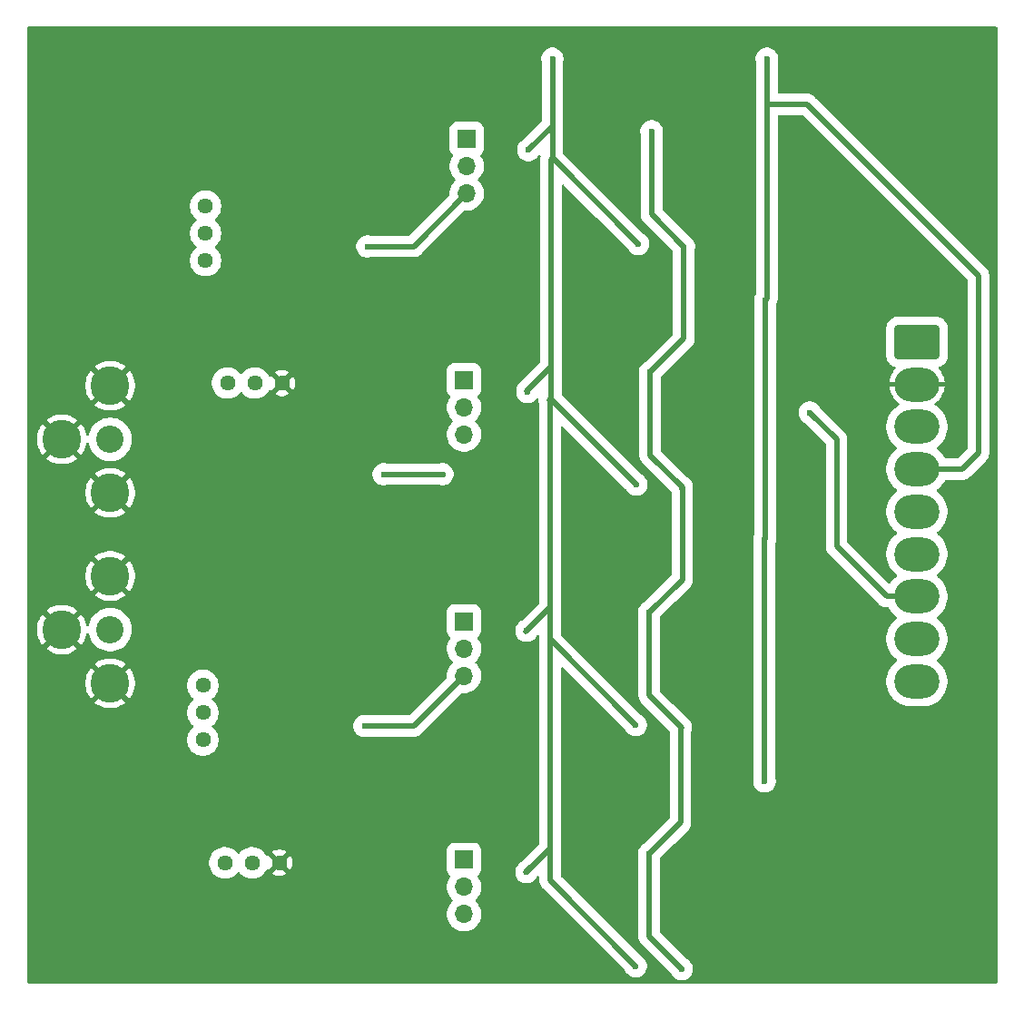
<source format=gbr>
%TF.GenerationSoftware,KiCad,Pcbnew,9.0.0*%
%TF.CreationDate,2025-03-19T20:57:18-07:00*%
%TF.ProjectId,deflection_board_2,6465666c-6563-4746-996f-6e5f626f6172,rev?*%
%TF.SameCoordinates,Original*%
%TF.FileFunction,Copper,L2,Bot*%
%TF.FilePolarity,Positive*%
%FSLAX46Y46*%
G04 Gerber Fmt 4.6, Leading zero omitted, Abs format (unit mm)*
G04 Created by KiCad (PCBNEW 9.0.0) date 2025-03-19 20:57:18*
%MOMM*%
%LPD*%
G01*
G04 APERTURE LIST*
G04 Aperture macros list*
%AMRoundRect*
0 Rectangle with rounded corners*
0 $1 Rounding radius*
0 $2 $3 $4 $5 $6 $7 $8 $9 X,Y pos of 4 corners*
0 Add a 4 corners polygon primitive as box body*
4,1,4,$2,$3,$4,$5,$6,$7,$8,$9,$2,$3,0*
0 Add four circle primitives for the rounded corners*
1,1,$1+$1,$2,$3*
1,1,$1+$1,$4,$5*
1,1,$1+$1,$6,$7*
1,1,$1+$1,$8,$9*
0 Add four rect primitives between the rounded corners*
20,1,$1+$1,$2,$3,$4,$5,0*
20,1,$1+$1,$4,$5,$6,$7,0*
20,1,$1+$1,$6,$7,$8,$9,0*
20,1,$1+$1,$8,$9,$2,$3,0*%
G04 Aperture macros list end*
%TA.AperFunction,ComponentPad*%
%ADD10C,3.616000*%
%TD*%
%TA.AperFunction,ComponentPad*%
%ADD11C,2.550000*%
%TD*%
%TA.AperFunction,ComponentPad*%
%ADD12C,1.440000*%
%TD*%
%TA.AperFunction,ComponentPad*%
%ADD13R,1.700000X1.700000*%
%TD*%
%TA.AperFunction,ComponentPad*%
%ADD14O,1.700000X1.700000*%
%TD*%
%TA.AperFunction,ComponentPad*%
%ADD15RoundRect,0.250000X-1.850000X1.330000X-1.850000X-1.330000X1.850000X-1.330000X1.850000X1.330000X0*%
%TD*%
%TA.AperFunction,ComponentPad*%
%ADD16O,4.200000X3.160000*%
%TD*%
%TA.AperFunction,ViaPad*%
%ADD17C,0.600000*%
%TD*%
%TA.AperFunction,Conductor*%
%ADD18C,0.500000*%
%TD*%
G04 APERTURE END LIST*
D10*
%TO.P,J6,1A,1*%
%TO.N,GND*%
X143750000Y-98750000D03*
%TO.P,J6,1B,1*%
X143750000Y-108750000D03*
%TO.P,J6,1C,1*%
X139250000Y-103750000D03*
D11*
%TO.P,J6,2,2*%
%TO.N,/X Pre-amp/INPUT*%
X143750000Y-103750000D03*
%TD*%
D12*
%TO.P,RV8,1,1*%
%TO.N,Net-(R63-Pad2)*%
X152400000Y-126720000D03*
%TO.P,RV8,2,2*%
%TO.N,Net-(R69-Pad2)*%
X152400000Y-129260000D03*
%TO.P,RV8,3,3*%
%TO.N,Net-(R46-Pad1)*%
X152400000Y-131800000D03*
%TD*%
D13*
%TO.P,J4,1,Pin_1*%
%TO.N,Y2_INPUT*%
X176750000Y-142975000D03*
D14*
%TO.P,J4,2,Pin_2*%
%TO.N,/Deflection Amp Y2/INPUT*%
X176750000Y-145515000D03*
%TO.P,J4,3,Pin_3*%
%TO.N,/Y Pre-amp/INV OUTPUT*%
X176750000Y-148055000D03*
%TD*%
D10*
%TO.P,J7,1A,1*%
%TO.N,GND*%
X143750000Y-116500000D03*
%TO.P,J7,1B,1*%
X143750000Y-126500000D03*
%TO.P,J7,1C,1*%
X139250000Y-121500000D03*
D11*
%TO.P,J7,2,2*%
%TO.N,/Y Pre-amp/INPUT*%
X143750000Y-121500000D03*
%TD*%
D12*
%TO.P,RV7,1,1*%
%TO.N,/X Pre-amp/INPUT*%
X154700000Y-98500000D03*
%TO.P,RV7,2,2*%
%TO.N,Net-(R61-Pad2)*%
X157240000Y-98500000D03*
%TO.P,RV7,3,3*%
%TO.N,GND*%
X159780000Y-98500000D03*
%TD*%
D13*
%TO.P,J1,1,Pin_1*%
%TO.N,X1_INPUT*%
X177000000Y-75725000D03*
D14*
%TO.P,J1,2,Pin_2*%
%TO.N,/Deflection Amp X1/INPUT*%
X177000000Y-78265000D03*
%TO.P,J1,3,Pin_3*%
%TO.N,/X Pre-amp/OUTPUT*%
X177000000Y-80805000D03*
%TD*%
D13*
%TO.P,J3,1,Pin_1*%
%TO.N,Y1_INPUT*%
X176750000Y-120725000D03*
D14*
%TO.P,J3,2,Pin_2*%
%TO.N,/Deflection Amp Y1/INPUT*%
X176750000Y-123265000D03*
%TO.P,J3,3,Pin_3*%
%TO.N,/Y Pre-amp/OUTPUT*%
X176750000Y-125805000D03*
%TD*%
D12*
%TO.P,RV6,1,1*%
%TO.N,Net-(R59-Pad2)*%
X152650000Y-81970000D03*
%TO.P,RV6,2,2*%
%TO.N,Net-(R67-Pad2)*%
X152650000Y-84510000D03*
%TO.P,RV6,3,3*%
%TO.N,Net-(R45-Pad1)*%
X152650000Y-87050000D03*
%TD*%
D13*
%TO.P,J2,1,Pin_1*%
%TO.N,X2_INPUT*%
X176750000Y-98225000D03*
D14*
%TO.P,J2,2,Pin_2*%
%TO.N,/Deflection Amp X2/INPUT*%
X176750000Y-100765000D03*
%TO.P,J2,3,Pin_3*%
%TO.N,/X Pre-amp/INV OUTPUT*%
X176750000Y-103305000D03*
%TD*%
D12*
%TO.P,RV9,1,1*%
%TO.N,/Y Pre-amp/INPUT*%
X154450000Y-143250000D03*
%TO.P,RV9,2,2*%
%TO.N,Net-(R65-Pad2)*%
X156990000Y-143250000D03*
%TO.P,RV9,3,3*%
%TO.N,GND*%
X159530000Y-143250000D03*
%TD*%
D15*
%TO.P,J5,1,Pin_1*%
%TO.N,+12V*%
X219000000Y-94660000D03*
D16*
%TO.P,J5,2,Pin_2*%
%TO.N,GND*%
X219000000Y-98620000D03*
%TO.P,J5,3,Pin_3*%
%TO.N,unconnected-(J5-Pin_3-Pad3)*%
X219000000Y-102580000D03*
%TO.P,J5,4,Pin_4*%
%TO.N,+300V*%
X219000000Y-106540000D03*
%TO.P,J5,5,Pin_5*%
%TO.N,unconnected-(J5-Pin_5-Pad5)*%
X219000000Y-110500000D03*
%TO.P,J5,6,Pin_6*%
%TO.N,/Deflection Amp X1/OUTPUT*%
X219000000Y-114460000D03*
%TO.P,J5,7,Pin_7*%
%TO.N,/Deflection Amp X2/OUTPUT*%
X219000000Y-118420000D03*
%TO.P,J5,8,Pin_8*%
%TO.N,/Deflection Amp Y1/OUTPUT*%
X219000000Y-122380000D03*
%TO.P,J5,9,Pin_9*%
%TO.N,/Deflection Amp Y2/OUTPUT*%
X219000000Y-126340000D03*
%TD*%
D17*
%TO.N,+5V*%
X197031250Y-153155248D03*
X197059104Y-108190896D03*
X197250000Y-85750000D03*
X194031250Y-142405248D03*
X194250000Y-75000000D03*
X196938001Y-130561999D03*
X194031250Y-119905248D03*
X169250000Y-107000000D03*
X174750000Y-107000000D03*
%TO.N,/Deflection Amp X2/OUTPUT*%
X209000000Y-101250000D03*
%TO.N,GND*%
X179000000Y-88000000D03*
X188500000Y-72250000D03*
X188500000Y-139750000D03*
X211500000Y-89500000D03*
X163500000Y-99250000D03*
X158750000Y-104500000D03*
X165000000Y-148750000D03*
X171250000Y-93750000D03*
X188250000Y-131750000D03*
X188750000Y-95000000D03*
X151500000Y-111750000D03*
X189000000Y-122500000D03*
X218000000Y-139750000D03*
X158500000Y-88750000D03*
X175000000Y-134500000D03*
X189000000Y-145000000D03*
X150500000Y-118500000D03*
X223000000Y-149000000D03*
X189000000Y-100000000D03*
X189250000Y-77500000D03*
X211750000Y-124500000D03*
X153750000Y-139500000D03*
X158250000Y-133500000D03*
X161250000Y-113000000D03*
X145250000Y-147750000D03*
X142000000Y-86750000D03*
X200500000Y-131250000D03*
X218500000Y-72250000D03*
X181500000Y-78250000D03*
X192500000Y-102500000D03*
X213750000Y-150750000D03*
X188000000Y-86500000D03*
X220250000Y-134250000D03*
X158000000Y-71500000D03*
X202500000Y-86750000D03*
X188500000Y-117250000D03*
X202250000Y-107750000D03*
%TO.N,+10V*%
X182750000Y-76750000D03*
X184781250Y-135655248D03*
X192781250Y-152905248D03*
X182684103Y-99315897D03*
X184781250Y-113155248D03*
X192781250Y-130405248D03*
X182593249Y-121593249D03*
X184862500Y-90744293D03*
X193000000Y-85500000D03*
X185000000Y-68250000D03*
X182593249Y-144093249D03*
X192809103Y-107940897D03*
%TO.N,+300V*%
X204862500Y-90744293D03*
X204781250Y-135655248D03*
X204781250Y-113155248D03*
X205000000Y-68250000D03*
%TO.N,/X Pre-amp/OUTPUT*%
X167750000Y-85750000D03*
%TO.N,/Y Pre-amp/OUTPUT*%
X167500000Y-130500000D03*
%TO.N,+5V*%
X194112500Y-97494293D03*
%TD*%
D18*
%TO.N,+5V*%
X194250000Y-82750000D02*
X197250000Y-85750000D01*
X169250000Y-107000000D02*
X174750000Y-107000000D01*
X197250000Y-94356793D02*
X194112500Y-97494293D01*
X194250000Y-75000000D02*
X194250000Y-82750000D01*
X194031250Y-127655248D02*
X197031250Y-130655248D01*
X197112500Y-116823998D02*
X194031250Y-119905248D01*
X194112500Y-105244293D02*
X197112500Y-108244293D01*
X196938001Y-130561999D02*
X196938001Y-139498497D01*
X196938001Y-139498497D02*
X194031250Y-142405248D01*
X197112500Y-108244293D02*
X197112500Y-116823998D01*
X194031250Y-150155248D02*
X197031250Y-153155248D01*
X194031250Y-142405248D02*
X194031250Y-150155248D01*
X196938001Y-130561999D02*
X197031250Y-130655248D01*
X194112500Y-97494293D02*
X194112500Y-105244293D01*
X197250000Y-85750000D02*
X197250000Y-94356793D01*
X194031250Y-119905248D02*
X194031250Y-127655248D01*
X194031250Y-119905248D02*
X194031250Y-127655248D01*
X194031250Y-127655248D02*
X196938001Y-130561999D01*
%TO.N,/Deflection Amp X2/OUTPUT*%
X216170000Y-118420000D02*
X211500000Y-113750000D01*
X211500000Y-113750000D02*
X211500000Y-103750000D01*
X211500000Y-103750000D02*
X209000000Y-101250000D01*
X219000000Y-118420000D02*
X216170000Y-118420000D01*
%TO.N,+10V*%
X184781250Y-141655248D02*
X184781250Y-141905248D01*
X182593249Y-121593249D02*
X182531250Y-121655248D01*
X184781250Y-141655248D02*
X184781250Y-144905248D01*
X184781250Y-119405248D02*
X182593249Y-121593249D01*
X184781250Y-141655248D02*
X184781250Y-141905248D01*
X184781250Y-141905248D02*
X182593249Y-144093249D01*
X185000000Y-74500000D02*
X182750000Y-76750000D01*
X184725000Y-100131793D02*
X184862500Y-99994293D01*
X184862500Y-96744293D02*
X184862500Y-99994293D01*
X184781250Y-135655248D02*
X184781250Y-141655248D01*
X184781250Y-135655248D02*
X184781250Y-122405248D01*
X192809103Y-107940897D02*
X192862500Y-107994293D01*
X184781250Y-141655248D02*
X184781250Y-144905248D01*
X184781250Y-119155248D02*
X184781250Y-119405248D01*
X184781250Y-122405248D02*
X192781250Y-130405248D01*
X184781250Y-141905248D02*
X182531250Y-144155248D01*
X184781250Y-113155248D02*
X184781250Y-119155248D01*
X184862500Y-77637500D02*
X184862500Y-91000000D01*
X184781250Y-100218750D02*
X184781250Y-113155248D01*
X185000000Y-68250000D02*
X185000000Y-74250000D01*
X185000000Y-74250000D02*
X185000000Y-74500000D01*
X184781250Y-119405248D02*
X182531250Y-121655248D01*
X184781250Y-113155248D02*
X184781250Y-119155248D01*
X185000000Y-77500000D02*
X193000000Y-85500000D01*
X184781250Y-119155248D02*
X184781250Y-119405248D01*
X184862500Y-96994293D02*
X182612500Y-99244293D01*
X184862500Y-77637500D02*
X185000000Y-77500000D01*
X184781250Y-119155248D02*
X184781250Y-122405248D01*
X182593249Y-144093249D02*
X182531250Y-144155248D01*
X184781250Y-135655248D02*
X184781250Y-141655248D01*
X184862500Y-96744293D02*
X184862500Y-96994293D01*
X184862500Y-91000000D02*
X184862500Y-96744293D01*
X184781250Y-119155248D02*
X184781250Y-122405248D01*
X184781250Y-144905248D02*
X192781250Y-152905248D01*
X184781250Y-122405248D02*
X192781250Y-130405248D01*
X184934103Y-100065897D02*
X192809103Y-107940897D01*
X184862500Y-99994293D02*
X184934103Y-100065897D01*
X185000000Y-74250000D02*
X185000000Y-77500000D01*
X184781250Y-144905248D02*
X192781250Y-152905248D01*
X184862500Y-90744293D02*
X184862500Y-91000000D01*
%TO.N,+300V*%
X204862500Y-90744293D02*
X204862500Y-113073998D01*
X205000000Y-90606793D02*
X204862500Y-90744293D01*
X224750000Y-88500000D02*
X208750000Y-72500000D01*
X205000000Y-68250000D02*
X205000000Y-72500000D01*
X224750000Y-105000000D02*
X224750000Y-88500000D01*
X204862500Y-113073998D02*
X204781250Y-113155248D01*
X204781250Y-113155248D02*
X204781250Y-129405248D01*
X219000000Y-106540000D02*
X223210000Y-106540000D01*
X223210000Y-106540000D02*
X224750000Y-105000000D01*
X205000000Y-72500000D02*
X205000000Y-90606793D01*
X204781250Y-129405248D02*
X204781250Y-135512041D01*
X208750000Y-72500000D02*
X205000000Y-72500000D01*
X204781250Y-113155248D02*
X204781250Y-129405248D01*
%TO.N,/X Pre-amp/OUTPUT*%
X167750000Y-85750000D02*
X172055000Y-85750000D01*
X172055000Y-85750000D02*
X177000000Y-80805000D01*
%TO.N,/Y Pre-amp/OUTPUT*%
X167500000Y-130500000D02*
X172055000Y-130500000D01*
X172055000Y-130500000D02*
X176750000Y-125805000D01*
%TD*%
%TA.AperFunction,Conductor*%
%TO.N,GND*%
G36*
X226442539Y-65270185D02*
G01*
X226488294Y-65322989D01*
X226499500Y-65374500D01*
X226499500Y-154375500D01*
X226479815Y-154442539D01*
X226427011Y-154488294D01*
X226375500Y-154499500D01*
X136124500Y-154499500D01*
X136057461Y-154479815D01*
X136011706Y-154427011D01*
X136000500Y-154375500D01*
X136000500Y-143134269D01*
X152979500Y-143134269D01*
X152979500Y-143365730D01*
X153015709Y-143594344D01*
X153087232Y-143814473D01*
X153087233Y-143814476D01*
X153146391Y-143930577D01*
X153176558Y-143989784D01*
X153192318Y-144020713D01*
X153328359Y-144207959D01*
X153328363Y-144207964D01*
X153492035Y-144371636D01*
X153492040Y-144371640D01*
X153655366Y-144490302D01*
X153679290Y-144507684D01*
X153796877Y-144567598D01*
X153885523Y-144612766D01*
X153885526Y-144612767D01*
X153995590Y-144648528D01*
X154105657Y-144684291D01*
X154334269Y-144720500D01*
X154334270Y-144720500D01*
X154565730Y-144720500D01*
X154565731Y-144720500D01*
X154794343Y-144684291D01*
X155014476Y-144612766D01*
X155220710Y-144507684D01*
X155407966Y-144371635D01*
X155571635Y-144207966D01*
X155575817Y-144202209D01*
X155619682Y-144141836D01*
X155675012Y-144099170D01*
X155744625Y-144093191D01*
X155806420Y-144125796D01*
X155820318Y-144141836D01*
X155868359Y-144207959D01*
X155868363Y-144207964D01*
X156032035Y-144371636D01*
X156032040Y-144371640D01*
X156195366Y-144490302D01*
X156219290Y-144507684D01*
X156336877Y-144567598D01*
X156425523Y-144612766D01*
X156425526Y-144612767D01*
X156535590Y-144648528D01*
X156645657Y-144684291D01*
X156874269Y-144720500D01*
X156874270Y-144720500D01*
X157105730Y-144720500D01*
X157105731Y-144720500D01*
X157334343Y-144684291D01*
X157554476Y-144612766D01*
X157760710Y-144507684D01*
X157947966Y-144371635D01*
X158111635Y-144207966D01*
X158114480Y-144204049D01*
X158152257Y-144152056D01*
X158247683Y-144020711D01*
X158260381Y-143995791D01*
X158293609Y-143930576D01*
X158341583Y-143879780D01*
X158409404Y-143862985D01*
X158475539Y-143885522D01*
X158504413Y-143913987D01*
X158507798Y-143918646D01*
X159130000Y-143296445D01*
X159130000Y-143302661D01*
X159157259Y-143404394D01*
X159209920Y-143495606D01*
X159284394Y-143570080D01*
X159375606Y-143622741D01*
X159477339Y-143650000D01*
X159483554Y-143650000D01*
X158861351Y-144272200D01*
X158861352Y-144272201D01*
X158890577Y-144293434D01*
X159061678Y-144380616D01*
X159244315Y-144439959D01*
X159433985Y-144470000D01*
X159626015Y-144470000D01*
X159815684Y-144439959D01*
X159998321Y-144380616D01*
X160169419Y-144293436D01*
X160198646Y-144272201D01*
X160198646Y-144272200D01*
X159576447Y-143650000D01*
X159582661Y-143650000D01*
X159684394Y-143622741D01*
X159775606Y-143570080D01*
X159850080Y-143495606D01*
X159902741Y-143404394D01*
X159930000Y-143302661D01*
X159930000Y-143296446D01*
X160552200Y-143918646D01*
X160552201Y-143918646D01*
X160573436Y-143889419D01*
X160660616Y-143718321D01*
X160719959Y-143535684D01*
X160750000Y-143346015D01*
X160750000Y-143153984D01*
X160719959Y-142964315D01*
X160660616Y-142781678D01*
X160573434Y-142610577D01*
X160552201Y-142581352D01*
X160552200Y-142581351D01*
X159930000Y-143203552D01*
X159930000Y-143197339D01*
X159902741Y-143095606D01*
X159850080Y-143004394D01*
X159775606Y-142929920D01*
X159684394Y-142877259D01*
X159582661Y-142850000D01*
X159576447Y-142850000D01*
X160198646Y-142227798D01*
X160169415Y-142206561D01*
X160121837Y-142182319D01*
X159998321Y-142119383D01*
X159861673Y-142074983D01*
X175149500Y-142074983D01*
X175149500Y-143875001D01*
X175149501Y-143875018D01*
X175160000Y-143977796D01*
X175160001Y-143977799D01*
X175198239Y-144093191D01*
X175215186Y-144144334D01*
X175307152Y-144293436D01*
X175307289Y-144293657D01*
X175436128Y-144422496D01*
X175469613Y-144483819D01*
X175464629Y-144553511D01*
X175448765Y-144583062D01*
X175381132Y-144676151D01*
X175266760Y-144900616D01*
X175188910Y-145140214D01*
X175188910Y-145140215D01*
X175149500Y-145389038D01*
X175149500Y-145640962D01*
X175157181Y-145689457D01*
X175188910Y-145889785D01*
X175266760Y-146129383D01*
X175381132Y-146353848D01*
X175529201Y-146557649D01*
X175529205Y-146557654D01*
X175668870Y-146697319D01*
X175702355Y-146758642D01*
X175697371Y-146828334D01*
X175668870Y-146872681D01*
X175529205Y-147012345D01*
X175529201Y-147012350D01*
X175381132Y-147216151D01*
X175266760Y-147440616D01*
X175188910Y-147680214D01*
X175149500Y-147929038D01*
X175149500Y-148180961D01*
X175188910Y-148429785D01*
X175266760Y-148669383D01*
X175381132Y-148893848D01*
X175529201Y-149097649D01*
X175529205Y-149097654D01*
X175707345Y-149275794D01*
X175707350Y-149275798D01*
X175885117Y-149404952D01*
X175911155Y-149423870D01*
X176054184Y-149496747D01*
X176135616Y-149538239D01*
X176135618Y-149538239D01*
X176135621Y-149538241D01*
X176375215Y-149616090D01*
X176624038Y-149655500D01*
X176624039Y-149655500D01*
X176875961Y-149655500D01*
X176875962Y-149655500D01*
X177124785Y-149616090D01*
X177364379Y-149538241D01*
X177588845Y-149423870D01*
X177792656Y-149275793D01*
X177970793Y-149097656D01*
X178118870Y-148893845D01*
X178233241Y-148669379D01*
X178311090Y-148429785D01*
X178350500Y-148180962D01*
X178350500Y-147929038D01*
X178311090Y-147680215D01*
X178233241Y-147440621D01*
X178233239Y-147440618D01*
X178233239Y-147440616D01*
X178191747Y-147359184D01*
X178118870Y-147216155D01*
X178099952Y-147190117D01*
X177970798Y-147012350D01*
X177970794Y-147012345D01*
X177831130Y-146872681D01*
X177797645Y-146811358D01*
X177802629Y-146741666D01*
X177831130Y-146697319D01*
X177970793Y-146557656D01*
X178118870Y-146353845D01*
X178233241Y-146129379D01*
X178311090Y-145889785D01*
X178350500Y-145640962D01*
X178350500Y-145389038D01*
X178311090Y-145140215D01*
X178233241Y-144900621D01*
X178233239Y-144900618D01*
X178233239Y-144900616D01*
X178118869Y-144676154D01*
X178118867Y-144676151D01*
X178051233Y-144583060D01*
X178027754Y-144517257D01*
X178043579Y-144449203D01*
X178063871Y-144422495D01*
X178068650Y-144417715D01*
X178068656Y-144417712D01*
X178192712Y-144293656D01*
X178284814Y-144144334D01*
X178339999Y-143977797D01*
X178350500Y-143875009D01*
X178350499Y-142074992D01*
X178339999Y-141972203D01*
X178284814Y-141805666D01*
X178192712Y-141656344D01*
X178068656Y-141532288D01*
X177919334Y-141440186D01*
X177752797Y-141385001D01*
X177752795Y-141385000D01*
X177650010Y-141374500D01*
X175849998Y-141374500D01*
X175849981Y-141374501D01*
X175747203Y-141385000D01*
X175747200Y-141385001D01*
X175580668Y-141440185D01*
X175580663Y-141440187D01*
X175431342Y-141532289D01*
X175307289Y-141656342D01*
X175215187Y-141805663D01*
X175215186Y-141805666D01*
X175160001Y-141972203D01*
X175160001Y-141972204D01*
X175160000Y-141972204D01*
X175149500Y-142074983D01*
X159861673Y-142074983D01*
X159815684Y-142060040D01*
X159626015Y-142030000D01*
X159433985Y-142030000D01*
X159244315Y-142060040D01*
X159061678Y-142119383D01*
X158890578Y-142206564D01*
X158861352Y-142227798D01*
X158861351Y-142227798D01*
X159483554Y-142850000D01*
X159477339Y-142850000D01*
X159375606Y-142877259D01*
X159284394Y-142929920D01*
X159209920Y-143004394D01*
X159157259Y-143095606D01*
X159130000Y-143197339D01*
X159130000Y-143203553D01*
X158507798Y-142581351D01*
X158507796Y-142581352D01*
X158504412Y-142586011D01*
X158449083Y-142628678D01*
X158379470Y-142634658D01*
X158317674Y-142602053D01*
X158293608Y-142569421D01*
X158247683Y-142479288D01*
X158152257Y-142347945D01*
X158152254Y-142347942D01*
X158111635Y-142292035D01*
X158111635Y-142292034D01*
X157947966Y-142128365D01*
X157947964Y-142128363D01*
X157947959Y-142128359D01*
X157760713Y-141992318D01*
X157760712Y-141992317D01*
X157760710Y-141992316D01*
X157694638Y-141958650D01*
X157554476Y-141887233D01*
X157554473Y-141887232D01*
X157334344Y-141815709D01*
X157220037Y-141797604D01*
X157105731Y-141779500D01*
X156874269Y-141779500D01*
X156798065Y-141791569D01*
X156645655Y-141815709D01*
X156425526Y-141887232D01*
X156425523Y-141887233D01*
X156219286Y-141992318D01*
X156032040Y-142128359D01*
X156032035Y-142128363D01*
X155868363Y-142292035D01*
X155820318Y-142358164D01*
X155764988Y-142400829D01*
X155695374Y-142406808D01*
X155633579Y-142374202D01*
X155619682Y-142358164D01*
X155571636Y-142292035D01*
X155407964Y-142128363D01*
X155407959Y-142128359D01*
X155220713Y-141992318D01*
X155220712Y-141992317D01*
X155220710Y-141992316D01*
X155154638Y-141958650D01*
X155014476Y-141887233D01*
X155014473Y-141887232D01*
X154794344Y-141815709D01*
X154680037Y-141797604D01*
X154565731Y-141779500D01*
X154334269Y-141779500D01*
X154258065Y-141791569D01*
X154105655Y-141815709D01*
X153885526Y-141887232D01*
X153885523Y-141887233D01*
X153679286Y-141992318D01*
X153492040Y-142128359D01*
X153492035Y-142128363D01*
X153328363Y-142292035D01*
X153328359Y-142292040D01*
X153192318Y-142479286D01*
X153087233Y-142685523D01*
X153087232Y-142685526D01*
X153015709Y-142905655D01*
X152979500Y-143134269D01*
X136000500Y-143134269D01*
X136000500Y-126348718D01*
X141442000Y-126348718D01*
X141442000Y-126651281D01*
X141481491Y-126951233D01*
X141559796Y-127243472D01*
X141559799Y-127243483D01*
X141675574Y-127522989D01*
X141675576Y-127522993D01*
X141826851Y-127785006D01*
X141826852Y-127785007D01*
X141950412Y-127946033D01*
X142670523Y-127225921D01*
X142758415Y-127346893D01*
X142903107Y-127491585D01*
X143024076Y-127579474D01*
X142303965Y-128299585D01*
X142303965Y-128299586D01*
X142464992Y-128423147D01*
X142464993Y-128423148D01*
X142727006Y-128574423D01*
X142727010Y-128574425D01*
X143006516Y-128690200D01*
X143006527Y-128690203D01*
X143298766Y-128768508D01*
X143598718Y-128807999D01*
X143598733Y-128808000D01*
X143901267Y-128808000D01*
X143901281Y-128807999D01*
X144201233Y-128768508D01*
X144493472Y-128690203D01*
X144493483Y-128690200D01*
X144772989Y-128574425D01*
X144772993Y-128574423D01*
X145035006Y-128423148D01*
X145035017Y-128423141D01*
X145196033Y-128299587D01*
X145196033Y-128299585D01*
X144475922Y-127579475D01*
X144596893Y-127491585D01*
X144741585Y-127346893D01*
X144829475Y-127225923D01*
X145549585Y-127946033D01*
X145549587Y-127946033D01*
X145673141Y-127785017D01*
X145673148Y-127785006D01*
X145824423Y-127522993D01*
X145824425Y-127522989D01*
X145940200Y-127243483D01*
X145940203Y-127243472D01*
X146018508Y-126951233D01*
X146057999Y-126651281D01*
X146058000Y-126651267D01*
X146058000Y-126604269D01*
X150929500Y-126604269D01*
X150929500Y-126835731D01*
X150931389Y-126847656D01*
X150965709Y-127064344D01*
X151037232Y-127284473D01*
X151037233Y-127284476D01*
X151142318Y-127490713D01*
X151278359Y-127677959D01*
X151278363Y-127677964D01*
X151442035Y-127841636D01*
X151508164Y-127889682D01*
X151550829Y-127945012D01*
X151556808Y-128014626D01*
X151524202Y-128076421D01*
X151508164Y-128090318D01*
X151442035Y-128138363D01*
X151278363Y-128302035D01*
X151278359Y-128302040D01*
X151142318Y-128489286D01*
X151037233Y-128695523D01*
X151037232Y-128695526D01*
X150965709Y-128915655D01*
X150929500Y-129144269D01*
X150929500Y-129375730D01*
X150965709Y-129604344D01*
X151037232Y-129824473D01*
X151037233Y-129824476D01*
X151079613Y-129907650D01*
X151127892Y-130002402D01*
X151142318Y-130030713D01*
X151278359Y-130217959D01*
X151278363Y-130217964D01*
X151442035Y-130381636D01*
X151508164Y-130429682D01*
X151550829Y-130485012D01*
X151556808Y-130554626D01*
X151524202Y-130616421D01*
X151508164Y-130630318D01*
X151442035Y-130678363D01*
X151278363Y-130842035D01*
X151278359Y-130842040D01*
X151142318Y-131029286D01*
X151037233Y-131235523D01*
X151037232Y-131235526D01*
X150965709Y-131455655D01*
X150929500Y-131684269D01*
X150929500Y-131915730D01*
X150965709Y-132144344D01*
X151037232Y-132364473D01*
X151037233Y-132364476D01*
X151142318Y-132570713D01*
X151278359Y-132757959D01*
X151278363Y-132757964D01*
X151442035Y-132921636D01*
X151442040Y-132921640D01*
X151605366Y-133040302D01*
X151629290Y-133057684D01*
X151764106Y-133126376D01*
X151835523Y-133162766D01*
X151835526Y-133162767D01*
X151945590Y-133198528D01*
X152055657Y-133234291D01*
X152284269Y-133270500D01*
X152284270Y-133270500D01*
X152515730Y-133270500D01*
X152515731Y-133270500D01*
X152744343Y-133234291D01*
X152964476Y-133162766D01*
X153170710Y-133057684D01*
X153357966Y-132921635D01*
X153521635Y-132757966D01*
X153657684Y-132570710D01*
X153762766Y-132364476D01*
X153834291Y-132144343D01*
X153870500Y-131915731D01*
X153870500Y-131684269D01*
X153834291Y-131455657D01*
X153788906Y-131315975D01*
X153762767Y-131235526D01*
X153762766Y-131235523D01*
X153695775Y-131104048D01*
X153657684Y-131029290D01*
X153637438Y-131001423D01*
X153521640Y-130842040D01*
X153521636Y-130842035D01*
X153357964Y-130678363D01*
X153357959Y-130678359D01*
X153291836Y-130630318D01*
X153277932Y-130612288D01*
X153260667Y-130597444D01*
X153257004Y-130585148D01*
X153249170Y-130574988D01*
X153247221Y-130552303D01*
X153240722Y-130530482D01*
X153244288Y-130518157D01*
X153243191Y-130505375D01*
X153253816Y-130485237D01*
X153260146Y-130463366D01*
X153272009Y-130450755D01*
X153275796Y-130443580D01*
X153283155Y-130436603D01*
X153287343Y-130432945D01*
X153337465Y-130396530D01*
X166449500Y-130396530D01*
X166449500Y-130603469D01*
X166489868Y-130806412D01*
X166489870Y-130806420D01*
X166529809Y-130902842D01*
X166569059Y-130997598D01*
X166590232Y-131029286D01*
X166684024Y-131169657D01*
X166830342Y-131315975D01*
X166830345Y-131315977D01*
X167002402Y-131430941D01*
X167193580Y-131510130D01*
X167396530Y-131550499D01*
X167396534Y-131550500D01*
X167396535Y-131550500D01*
X167603466Y-131550500D01*
X167603467Y-131550499D01*
X167806420Y-131510130D01*
X167806884Y-131509938D01*
X167807371Y-131509840D01*
X167812247Y-131508362D01*
X167812392Y-131508842D01*
X167854334Y-131500500D01*
X172153542Y-131500500D01*
X172183153Y-131494609D01*
X172250188Y-131481275D01*
X172346836Y-131462051D01*
X172418448Y-131432388D01*
X172528914Y-131386632D01*
X172692782Y-131277139D01*
X172832139Y-131137782D01*
X172832139Y-131137780D01*
X172842347Y-131127573D01*
X172842348Y-131127570D01*
X176528350Y-127441569D01*
X176589671Y-127408086D01*
X176619166Y-127406087D01*
X176619166Y-127405500D01*
X176875961Y-127405500D01*
X176875962Y-127405500D01*
X177124785Y-127366090D01*
X177364379Y-127288241D01*
X177588845Y-127173870D01*
X177792656Y-127025793D01*
X177970793Y-126847656D01*
X178118870Y-126643845D01*
X178233241Y-126419379D01*
X178311090Y-126179785D01*
X178350500Y-125930962D01*
X178350500Y-125679038D01*
X178311090Y-125430215D01*
X178233241Y-125190621D01*
X178233239Y-125190618D01*
X178233239Y-125190616D01*
X178157752Y-125042466D01*
X178118870Y-124966155D01*
X177998223Y-124800098D01*
X177970798Y-124762350D01*
X177970794Y-124762345D01*
X177831130Y-124622681D01*
X177797645Y-124561358D01*
X177802629Y-124491666D01*
X177831130Y-124447319D01*
X177890651Y-124387798D01*
X177970793Y-124307656D01*
X178118870Y-124103845D01*
X178233241Y-123879379D01*
X178311090Y-123639785D01*
X178350500Y-123390962D01*
X178350500Y-123139038D01*
X178311090Y-122890215D01*
X178233241Y-122650621D01*
X178233239Y-122650618D01*
X178233239Y-122650616D01*
X178122045Y-122432387D01*
X178118870Y-122426155D01*
X178051233Y-122333060D01*
X178027754Y-122267257D01*
X178043579Y-122199203D01*
X178063871Y-122172495D01*
X178068650Y-122167715D01*
X178068656Y-122167712D01*
X178192712Y-122043656D01*
X178284814Y-121894334D01*
X178339999Y-121727797D01*
X178350500Y-121625009D01*
X178350500Y-121556708D01*
X181530750Y-121556708D01*
X181530750Y-121561722D01*
X181530750Y-121753792D01*
X181569197Y-121947076D01*
X181569199Y-121947084D01*
X181644617Y-122129158D01*
X181644622Y-122129168D01*
X181754110Y-122293028D01*
X181754113Y-122293032D01*
X181893465Y-122432384D01*
X181893469Y-122432387D01*
X182057329Y-122541875D01*
X182057333Y-122541877D01*
X182057336Y-122541879D01*
X182239414Y-122617299D01*
X182406910Y-122650616D01*
X182432705Y-122655747D01*
X182432708Y-122655748D01*
X182432710Y-122655748D01*
X182629791Y-122655748D01*
X182655590Y-122650616D01*
X182678134Y-122646131D01*
X182690706Y-122644893D01*
X182690653Y-122644346D01*
X182696708Y-122643749D01*
X182696714Y-122643749D01*
X182899669Y-122603379D01*
X183090847Y-122524190D01*
X183262904Y-122409226D01*
X183409226Y-122262904D01*
X183524190Y-122090847D01*
X183524377Y-122090395D01*
X183524650Y-122089985D01*
X183527063Y-122085473D01*
X183527507Y-122085710D01*
X183529012Y-122083457D01*
X183530111Y-122078407D01*
X183551257Y-122050160D01*
X183569073Y-122032344D01*
X183630395Y-121998863D01*
X183700087Y-122003849D01*
X183756019Y-122045722D01*
X183780434Y-122111187D01*
X183780750Y-122120030D01*
X183780750Y-135300914D01*
X183772407Y-135342855D01*
X183772888Y-135343001D01*
X183771409Y-135347876D01*
X183771312Y-135348364D01*
X183771121Y-135348824D01*
X183771118Y-135348835D01*
X183730750Y-135551778D01*
X183730750Y-135758717D01*
X183771118Y-135961661D01*
X183771121Y-135961672D01*
X183771309Y-135962125D01*
X183771404Y-135962605D01*
X183772889Y-135967499D01*
X183772407Y-135967645D01*
X183780750Y-136009582D01*
X183780750Y-141439464D01*
X183761065Y-141506503D01*
X183744431Y-141527145D01*
X182136338Y-143135237D01*
X182100785Y-143158996D01*
X182101021Y-143159437D01*
X182096547Y-143161827D01*
X182096126Y-143162110D01*
X182095656Y-143162304D01*
X182095647Y-143162309D01*
X181923598Y-143277268D01*
X181923590Y-143277274D01*
X181777273Y-143423591D01*
X181662307Y-143595652D01*
X181583119Y-143786828D01*
X181583117Y-143786836D01*
X181542749Y-143989779D01*
X181542152Y-143995845D01*
X181541604Y-143995791D01*
X181540366Y-144008365D01*
X181530750Y-144056705D01*
X181530750Y-144253792D01*
X181569197Y-144447076D01*
X181569199Y-144447084D01*
X181644617Y-144629158D01*
X181644622Y-144629168D01*
X181754110Y-144793028D01*
X181754113Y-144793032D01*
X181893465Y-144932384D01*
X181893469Y-144932387D01*
X182057329Y-145041875D01*
X182057333Y-145041877D01*
X182057336Y-145041879D01*
X182239414Y-145117299D01*
X182432705Y-145155747D01*
X182432708Y-145155748D01*
X182432710Y-145155748D01*
X182629791Y-145155748D01*
X182646697Y-145152384D01*
X182678134Y-145146131D01*
X182690706Y-145144893D01*
X182690653Y-145144346D01*
X182696708Y-145143749D01*
X182696714Y-145143749D01*
X182899669Y-145103379D01*
X183090847Y-145024190D01*
X183262904Y-144909226D01*
X183409226Y-144762904D01*
X183524190Y-144590847D01*
X183524377Y-144590395D01*
X183524650Y-144589985D01*
X183527063Y-144585473D01*
X183527507Y-144585710D01*
X183529012Y-144583457D01*
X183530111Y-144578407D01*
X183551257Y-144550160D01*
X183569073Y-144532344D01*
X183630395Y-144498863D01*
X183700087Y-144503849D01*
X183756019Y-144545722D01*
X183780434Y-144611187D01*
X183780750Y-144620030D01*
X183780750Y-145003789D01*
X183780750Y-145003791D01*
X183780749Y-145003791D01*
X183819197Y-145197077D01*
X183819200Y-145197087D01*
X183894614Y-145379155D01*
X183894621Y-145379168D01*
X184004109Y-145543028D01*
X184004110Y-145543029D01*
X184004111Y-145543030D01*
X184143468Y-145682387D01*
X184143469Y-145682387D01*
X184150536Y-145689454D01*
X184150535Y-145689454D01*
X184150539Y-145689457D01*
X191823238Y-153362157D01*
X191847000Y-153397717D01*
X191847442Y-153397481D01*
X191849836Y-153401960D01*
X191850115Y-153402378D01*
X191850307Y-153402842D01*
X191850313Y-153402853D01*
X191965272Y-153574903D01*
X192111592Y-153721223D01*
X192111595Y-153721225D01*
X192283652Y-153836189D01*
X192474830Y-153915378D01*
X192677780Y-153955747D01*
X192677784Y-153955748D01*
X192677785Y-153955748D01*
X192884716Y-153955748D01*
X192884717Y-153955747D01*
X193087670Y-153915378D01*
X193278848Y-153836189D01*
X193450905Y-153721225D01*
X193597227Y-153574903D01*
X193712191Y-153402846D01*
X193791380Y-153211668D01*
X193831750Y-153008713D01*
X193831750Y-152801783D01*
X193791380Y-152598828D01*
X193712191Y-152407650D01*
X193597227Y-152235593D01*
X193597225Y-152235590D01*
X193450905Y-152089270D01*
X193278855Y-151974311D01*
X193278844Y-151974305D01*
X193278380Y-151974113D01*
X193277962Y-151973834D01*
X193273483Y-151971440D01*
X193273719Y-151970998D01*
X193238159Y-151947236D01*
X185818069Y-144527146D01*
X185784584Y-144465823D01*
X185781750Y-144439465D01*
X185781750Y-142003793D01*
X185781751Y-142003788D01*
X185781751Y-141806707D01*
X185781750Y-141806701D01*
X185781750Y-141556707D01*
X185781750Y-136009582D01*
X185790092Y-135967645D01*
X185789611Y-135967499D01*
X185791095Y-135962605D01*
X185791191Y-135962125D01*
X185791378Y-135961672D01*
X185791380Y-135961668D01*
X185831750Y-135758713D01*
X185831750Y-135551783D01*
X185791380Y-135348828D01*
X185791188Y-135348364D01*
X185791090Y-135347876D01*
X185789612Y-135343001D01*
X185790092Y-135342855D01*
X185781750Y-135300914D01*
X185781750Y-125120030D01*
X185801435Y-125052991D01*
X185854239Y-125007236D01*
X185923397Y-124997292D01*
X185986953Y-125026317D01*
X185993430Y-125032348D01*
X188926456Y-127965375D01*
X191823238Y-130862157D01*
X191847000Y-130897717D01*
X191847442Y-130897481D01*
X191849836Y-130901960D01*
X191850115Y-130902378D01*
X191850307Y-130902842D01*
X191850313Y-130902853D01*
X191965272Y-131074903D01*
X192111592Y-131221223D01*
X192111595Y-131221225D01*
X192283652Y-131336189D01*
X192474830Y-131415378D01*
X192677317Y-131455655D01*
X192677780Y-131455747D01*
X192677784Y-131455748D01*
X192677785Y-131455748D01*
X192884716Y-131455748D01*
X192884717Y-131455747D01*
X193087670Y-131415378D01*
X193278848Y-131336189D01*
X193450905Y-131221225D01*
X193597227Y-131074903D01*
X193712191Y-130902846D01*
X193791380Y-130711668D01*
X193831750Y-130508713D01*
X193831750Y-130301783D01*
X193791380Y-130098828D01*
X193712191Y-129907650D01*
X193597227Y-129735593D01*
X193597225Y-129735590D01*
X193450905Y-129589270D01*
X193278855Y-129474311D01*
X193278844Y-129474305D01*
X193278380Y-129474113D01*
X193277962Y-129473834D01*
X193273483Y-129471440D01*
X193273719Y-129470998D01*
X193238159Y-129447236D01*
X185818069Y-122027146D01*
X185784584Y-121965823D01*
X185781750Y-121939465D01*
X185781750Y-119801778D01*
X192980750Y-119801778D01*
X192980750Y-120008717D01*
X193021118Y-120211661D01*
X193021121Y-120211672D01*
X193021309Y-120212125D01*
X193021404Y-120212605D01*
X193022889Y-120217499D01*
X193022407Y-120217645D01*
X193030750Y-120259582D01*
X193030750Y-127753789D01*
X193030750Y-127753791D01*
X193030749Y-127753791D01*
X193045055Y-127825706D01*
X193047654Y-127838772D01*
X193053965Y-127870499D01*
X193053965Y-127870500D01*
X193069196Y-127947076D01*
X193069199Y-127947085D01*
X193144614Y-128129155D01*
X193144621Y-128129168D01*
X193254109Y-128293028D01*
X193254110Y-128293029D01*
X193254111Y-128293030D01*
X193393468Y-128432387D01*
X193393469Y-128432387D01*
X193400536Y-128439454D01*
X193400535Y-128439454D01*
X193400539Y-128439457D01*
X194823616Y-129862535D01*
X195901182Y-130940100D01*
X195934667Y-131001423D01*
X195937501Y-131027781D01*
X195937501Y-139032714D01*
X195917816Y-139099753D01*
X195901182Y-139120395D01*
X193574340Y-141447236D01*
X193538787Y-141470995D01*
X193539023Y-141471436D01*
X193534549Y-141473826D01*
X193534128Y-141474109D01*
X193533658Y-141474303D01*
X193533656Y-141474304D01*
X193361592Y-141589272D01*
X193215274Y-141735590D01*
X193100308Y-141907651D01*
X193021120Y-142098827D01*
X193021118Y-142098835D01*
X192980750Y-142301778D01*
X192980750Y-142508717D01*
X193021118Y-142711661D01*
X193021121Y-142711672D01*
X193021309Y-142712125D01*
X193021404Y-142712605D01*
X193022889Y-142717499D01*
X193022407Y-142717645D01*
X193030750Y-142759582D01*
X193030750Y-150253789D01*
X193030750Y-150253791D01*
X193030749Y-150253791D01*
X193069197Y-150447077D01*
X193069200Y-150447087D01*
X193144614Y-150629155D01*
X193144621Y-150629168D01*
X193254109Y-150793028D01*
X193254110Y-150793029D01*
X193254111Y-150793030D01*
X193393468Y-150932387D01*
X193393469Y-150932387D01*
X193400536Y-150939454D01*
X193400535Y-150939454D01*
X193400539Y-150939457D01*
X196073238Y-153612157D01*
X196097000Y-153647717D01*
X196097442Y-153647481D01*
X196099836Y-153651960D01*
X196100115Y-153652378D01*
X196100307Y-153652842D01*
X196100313Y-153652853D01*
X196215272Y-153824903D01*
X196361592Y-153971223D01*
X196361595Y-153971225D01*
X196533652Y-154086189D01*
X196724830Y-154165378D01*
X196927780Y-154205747D01*
X196927784Y-154205748D01*
X196927785Y-154205748D01*
X197134716Y-154205748D01*
X197134717Y-154205747D01*
X197337670Y-154165378D01*
X197528848Y-154086189D01*
X197700905Y-153971225D01*
X197847227Y-153824903D01*
X197962191Y-153652846D01*
X198041380Y-153461668D01*
X198081750Y-153258713D01*
X198081750Y-153051783D01*
X198041380Y-152848828D01*
X197962191Y-152657650D01*
X197847227Y-152485593D01*
X197847225Y-152485590D01*
X197700905Y-152339270D01*
X197528855Y-152224311D01*
X197528844Y-152224305D01*
X197528380Y-152224113D01*
X197527962Y-152223834D01*
X197523483Y-152221440D01*
X197523719Y-152220998D01*
X197488159Y-152197236D01*
X195068069Y-149777146D01*
X195034584Y-149715823D01*
X195031750Y-149689465D01*
X195031750Y-142871030D01*
X195051435Y-142803991D01*
X195068069Y-142783349D01*
X196377112Y-141474307D01*
X197715141Y-140136278D01*
X197824633Y-139972411D01*
X197900053Y-139790332D01*
X197938501Y-139597037D01*
X197938501Y-139399956D01*
X197938501Y-131104048D01*
X197947940Y-131056595D01*
X197993302Y-130947084D01*
X198031750Y-130753789D01*
X198031750Y-130556708D01*
X197993302Y-130363413D01*
X197917882Y-130181334D01*
X197917880Y-130181331D01*
X197917369Y-130180097D01*
X197913308Y-130171510D01*
X197868943Y-130064404D01*
X197868942Y-130064401D01*
X197753978Y-129892344D01*
X197753976Y-129892341D01*
X197607656Y-129746021D01*
X197435606Y-129631062D01*
X197435595Y-129631056D01*
X197435131Y-129630864D01*
X197434713Y-129630585D01*
X197430234Y-129628191D01*
X197430470Y-129627749D01*
X197394910Y-129603987D01*
X196234119Y-128443197D01*
X195068069Y-127277146D01*
X195034584Y-127215823D01*
X195031750Y-127189465D01*
X195031750Y-120371030D01*
X195051435Y-120303991D01*
X195068069Y-120283349D01*
X196475786Y-118875633D01*
X197889640Y-117461779D01*
X197999132Y-117297912D01*
X198074552Y-117115833D01*
X198113001Y-116922538D01*
X198113001Y-116725457D01*
X198113001Y-116720347D01*
X198113000Y-116720321D01*
X198113000Y-113051778D01*
X203730750Y-113051778D01*
X203730750Y-113258717D01*
X203771118Y-113461661D01*
X203771121Y-113461672D01*
X203771309Y-113462125D01*
X203771404Y-113462605D01*
X203772889Y-113467499D01*
X203772407Y-113467645D01*
X203780750Y-113509582D01*
X203780750Y-135300914D01*
X203772407Y-135342855D01*
X203772888Y-135343001D01*
X203771409Y-135347876D01*
X203771312Y-135348364D01*
X203771121Y-135348824D01*
X203771118Y-135348835D01*
X203730750Y-135551778D01*
X203730750Y-135758717D01*
X203771118Y-135961660D01*
X203771120Y-135961668D01*
X203850308Y-136152844D01*
X203965274Y-136324905D01*
X204111592Y-136471223D01*
X204111595Y-136471225D01*
X204283652Y-136586189D01*
X204474830Y-136665378D01*
X204677780Y-136705747D01*
X204677784Y-136705748D01*
X204677785Y-136705748D01*
X204884716Y-136705748D01*
X204884717Y-136705747D01*
X205087670Y-136665378D01*
X205278848Y-136586189D01*
X205450905Y-136471225D01*
X205597227Y-136324903D01*
X205712191Y-136152846D01*
X205791380Y-135961668D01*
X205831750Y-135758713D01*
X205831750Y-135551783D01*
X205791380Y-135348828D01*
X205791188Y-135348364D01*
X205791090Y-135347876D01*
X205789612Y-135343001D01*
X205790092Y-135342855D01*
X205781750Y-135300914D01*
X205781750Y-113509582D01*
X205785712Y-113478488D01*
X205787880Y-113470115D01*
X205791380Y-113461668D01*
X205795717Y-113439861D01*
X205796605Y-113436435D01*
X205797649Y-113434689D01*
X205802078Y-113420086D01*
X205824551Y-113365833D01*
X205863000Y-113172539D01*
X205863000Y-91153689D01*
X205873567Y-91103599D01*
X205877914Y-91093753D01*
X205886632Y-91080707D01*
X205930811Y-90974048D01*
X205962051Y-90898629D01*
X206000500Y-90705334D01*
X206000500Y-90508253D01*
X206000500Y-73624500D01*
X206020185Y-73557461D01*
X206072989Y-73511706D01*
X206124500Y-73500500D01*
X208284218Y-73500500D01*
X208351257Y-73520185D01*
X208371899Y-73536819D01*
X223713181Y-88878101D01*
X223746666Y-88939424D01*
X223749500Y-88965782D01*
X223749500Y-104534218D01*
X223729815Y-104601257D01*
X223713181Y-104621899D01*
X222831899Y-105503181D01*
X222770576Y-105536666D01*
X222744218Y-105539500D01*
X221704981Y-105539500D01*
X221637942Y-105519815D01*
X221597594Y-105477500D01*
X221519846Y-105342837D01*
X221461897Y-105242466D01*
X221275922Y-105000098D01*
X221275917Y-105000092D01*
X221059907Y-104784082D01*
X221059900Y-104784076D01*
X220971486Y-104716234D01*
X220896082Y-104658375D01*
X220854880Y-104601949D01*
X220850725Y-104532203D01*
X220884937Y-104471282D01*
X220896078Y-104461627D01*
X221059902Y-104335922D01*
X221275922Y-104119902D01*
X221461897Y-103877534D01*
X221614646Y-103612965D01*
X221731555Y-103330722D01*
X221810624Y-103035633D01*
X221850500Y-102732749D01*
X221850500Y-102427251D01*
X221810624Y-102124367D01*
X221731555Y-101829278D01*
X221638179Y-101603848D01*
X221614650Y-101547044D01*
X221614642Y-101547027D01*
X221517852Y-101379383D01*
X221461897Y-101282466D01*
X221275922Y-101040098D01*
X221275917Y-101040092D01*
X221059907Y-100824082D01*
X221059900Y-100824076D01*
X220817541Y-100638108D01*
X220817539Y-100638106D01*
X220817534Y-100638103D01*
X220717489Y-100580342D01*
X220686640Y-100562531D01*
X220638425Y-100511963D01*
X220625203Y-100443356D01*
X220651171Y-100378491D01*
X220675271Y-100356195D01*
X220674845Y-100355640D01*
X220894382Y-100187181D01*
X220894391Y-100187174D01*
X221087174Y-99994391D01*
X221087181Y-99994382D01*
X221253168Y-99778066D01*
X221389496Y-99541937D01*
X221389500Y-99541927D01*
X221493840Y-99290029D01*
X221564411Y-99026655D01*
X221585035Y-98870000D01*
X219867904Y-98870000D01*
X219900000Y-98708642D01*
X219900000Y-98531358D01*
X219867904Y-98370000D01*
X221585034Y-98370000D01*
X221564411Y-98213344D01*
X221493840Y-97949970D01*
X221389500Y-97698072D01*
X221389496Y-97698062D01*
X221253168Y-97461933D01*
X221087181Y-97245617D01*
X221087174Y-97245609D01*
X221016222Y-97174657D01*
X220982737Y-97113334D01*
X220987721Y-97043642D01*
X221029593Y-96987709D01*
X221069785Y-96967763D01*
X221223049Y-96923909D01*
X221403407Y-96829698D01*
X221561109Y-96701109D01*
X221689698Y-96543407D01*
X221783909Y-96363049D01*
X221839886Y-96167418D01*
X221850500Y-96048037D01*
X221850499Y-93271964D01*
X221839886Y-93152582D01*
X221783909Y-92956951D01*
X221689698Y-92776593D01*
X221637684Y-92712803D01*
X221561109Y-92618890D01*
X221403409Y-92490304D01*
X221403410Y-92490304D01*
X221403407Y-92490302D01*
X221223049Y-92396091D01*
X221223048Y-92396090D01*
X221223045Y-92396089D01*
X221105829Y-92362550D01*
X221027418Y-92340114D01*
X221027415Y-92340113D01*
X221027413Y-92340113D01*
X220961102Y-92334217D01*
X220908037Y-92329500D01*
X220908032Y-92329500D01*
X217091971Y-92329500D01*
X217091965Y-92329500D01*
X217091964Y-92329501D01*
X217080316Y-92330536D01*
X216972584Y-92340113D01*
X216776954Y-92396089D01*
X216686772Y-92443196D01*
X216596593Y-92490302D01*
X216596591Y-92490303D01*
X216596590Y-92490304D01*
X216438890Y-92618890D01*
X216310304Y-92776590D01*
X216216089Y-92956954D01*
X216160114Y-93152583D01*
X216160113Y-93152586D01*
X216149500Y-93271966D01*
X216149500Y-96048028D01*
X216149501Y-96048034D01*
X216160113Y-96167415D01*
X216216089Y-96363045D01*
X216216090Y-96363048D01*
X216216091Y-96363049D01*
X216310302Y-96543407D01*
X216324224Y-96560481D01*
X216438890Y-96701109D01*
X216532803Y-96777684D01*
X216596593Y-96829698D01*
X216776951Y-96923909D01*
X216930209Y-96967761D01*
X216989245Y-97005127D01*
X217018709Y-97068480D01*
X217009244Y-97137706D01*
X216983778Y-97174657D01*
X216912818Y-97245617D01*
X216746831Y-97461933D01*
X216610503Y-97698062D01*
X216610499Y-97698072D01*
X216506159Y-97949970D01*
X216435588Y-98213344D01*
X216414965Y-98370000D01*
X218132096Y-98370000D01*
X218100000Y-98531358D01*
X218100000Y-98708642D01*
X218132096Y-98870000D01*
X216414965Y-98870000D01*
X216435588Y-99026655D01*
X216506159Y-99290029D01*
X216610499Y-99541927D01*
X216610503Y-99541937D01*
X216746831Y-99778066D01*
X216912818Y-99994382D01*
X216912826Y-99994391D01*
X217105609Y-100187174D01*
X217105617Y-100187181D01*
X217325155Y-100355640D01*
X217324243Y-100356827D01*
X217365049Y-100405644D01*
X217373763Y-100474968D01*
X217343614Y-100537998D01*
X217313359Y-100562530D01*
X217182464Y-100638104D01*
X216940099Y-100824076D01*
X216940092Y-100824082D01*
X216724082Y-101040092D01*
X216724076Y-101040099D01*
X216538106Y-101282461D01*
X216385357Y-101547027D01*
X216385349Y-101547044D01*
X216268445Y-101829277D01*
X216189375Y-102124369D01*
X216149500Y-102427243D01*
X216149500Y-102732756D01*
X216189375Y-103035630D01*
X216268445Y-103330722D01*
X216385349Y-103612955D01*
X216385357Y-103612972D01*
X216464471Y-103750000D01*
X216538103Y-103877534D01*
X216538105Y-103877537D01*
X216538106Y-103877538D01*
X216724076Y-104119900D01*
X216724082Y-104119907D01*
X216940092Y-104335917D01*
X216940099Y-104335923D01*
X217103916Y-104461624D01*
X217145119Y-104518052D01*
X217149274Y-104587798D01*
X217115062Y-104648718D01*
X217103916Y-104658376D01*
X216940099Y-104784076D01*
X216940092Y-104784082D01*
X216724082Y-105000092D01*
X216724076Y-105000099D01*
X216538106Y-105242461D01*
X216385357Y-105507027D01*
X216385349Y-105507044D01*
X216268445Y-105789277D01*
X216189375Y-106084369D01*
X216149500Y-106387243D01*
X216149500Y-106692756D01*
X216189375Y-106995630D01*
X216268445Y-107290722D01*
X216385349Y-107572955D01*
X216385357Y-107572972D01*
X216441178Y-107669655D01*
X216538103Y-107837534D01*
X216538105Y-107837537D01*
X216538106Y-107837538D01*
X216724076Y-108079900D01*
X216724082Y-108079907D01*
X216940092Y-108295917D01*
X216940099Y-108295923D01*
X217103916Y-108421624D01*
X217145119Y-108478052D01*
X217149274Y-108547798D01*
X217115062Y-108608718D01*
X217103916Y-108618376D01*
X216940099Y-108744076D01*
X216940092Y-108744082D01*
X216724082Y-108960092D01*
X216724076Y-108960099D01*
X216538106Y-109202461D01*
X216385357Y-109467027D01*
X216385349Y-109467044D01*
X216268445Y-109749277D01*
X216189375Y-110044369D01*
X216149500Y-110347243D01*
X216149500Y-110652756D01*
X216189375Y-110955630D01*
X216268445Y-111250722D01*
X216385349Y-111532955D01*
X216385357Y-111532972D01*
X216477202Y-111692050D01*
X216538103Y-111797534D01*
X216538105Y-111797537D01*
X216538106Y-111797538D01*
X216724076Y-112039900D01*
X216724082Y-112039907D01*
X216940092Y-112255917D01*
X216940099Y-112255923D01*
X217103916Y-112381624D01*
X217145119Y-112438052D01*
X217149274Y-112507798D01*
X217115062Y-112568718D01*
X217103916Y-112578376D01*
X216940099Y-112704076D01*
X216940092Y-112704082D01*
X216724082Y-112920092D01*
X216724076Y-112920099D01*
X216538106Y-113162461D01*
X216385357Y-113427027D01*
X216385349Y-113427044D01*
X216268445Y-113709277D01*
X216189375Y-114004369D01*
X216149500Y-114307243D01*
X216149500Y-114612756D01*
X216189375Y-114915630D01*
X216268445Y-115210722D01*
X216385349Y-115492955D01*
X216385357Y-115492972D01*
X216477202Y-115652050D01*
X216538103Y-115757534D01*
X216538105Y-115757537D01*
X216538106Y-115757538D01*
X216724076Y-115999900D01*
X216724082Y-115999907D01*
X216940092Y-116215917D01*
X216940099Y-116215923D01*
X217103916Y-116341624D01*
X217145119Y-116398052D01*
X217149274Y-116467798D01*
X217115062Y-116528718D01*
X217103916Y-116538376D01*
X216940099Y-116664076D01*
X216940092Y-116664082D01*
X216724082Y-116880092D01*
X216724076Y-116880099D01*
X216538109Y-117122457D01*
X216538099Y-117122472D01*
X216527133Y-117141466D01*
X216476565Y-117189681D01*
X216407958Y-117202902D01*
X216343094Y-117176933D01*
X216332066Y-117167145D01*
X212536819Y-113371898D01*
X212503334Y-113310575D01*
X212500500Y-113284217D01*
X212500500Y-103651456D01*
X212462052Y-103458170D01*
X212462051Y-103458169D01*
X212462051Y-103458165D01*
X212462049Y-103458160D01*
X212386635Y-103276092D01*
X212386628Y-103276079D01*
X212277139Y-103112218D01*
X212277136Y-103112214D01*
X212134686Y-102969764D01*
X212134655Y-102969735D01*
X209958012Y-100793092D01*
X209934257Y-100757538D01*
X209933814Y-100757776D01*
X209931405Y-100753270D01*
X209931129Y-100752857D01*
X209930941Y-100752402D01*
X209815977Y-100580345D01*
X209815975Y-100580342D01*
X209669657Y-100434024D01*
X209552346Y-100355640D01*
X209497598Y-100319059D01*
X209425937Y-100289376D01*
X209306420Y-100239870D01*
X209306412Y-100239868D01*
X209103469Y-100199500D01*
X209103465Y-100199500D01*
X208896535Y-100199500D01*
X208896530Y-100199500D01*
X208693587Y-100239868D01*
X208693579Y-100239870D01*
X208502403Y-100319058D01*
X208330342Y-100434024D01*
X208184024Y-100580342D01*
X208069058Y-100752403D01*
X207989870Y-100943579D01*
X207989868Y-100943587D01*
X207949500Y-101146530D01*
X207949500Y-101353469D01*
X207989868Y-101556412D01*
X207989870Y-101556420D01*
X208039225Y-101675574D01*
X208069059Y-101747598D01*
X208109184Y-101807649D01*
X208184024Y-101919657D01*
X208330342Y-102065975D01*
X208330345Y-102065977D01*
X208502402Y-102180941D01*
X208502857Y-102181129D01*
X208503270Y-102181405D01*
X208507776Y-102183814D01*
X208507538Y-102184257D01*
X208543092Y-102208012D01*
X210463181Y-104128101D01*
X210496666Y-104189424D01*
X210499500Y-104215782D01*
X210499500Y-113848541D01*
X210500728Y-113854712D01*
X210537949Y-114041836D01*
X210543712Y-114055748D01*
X210547832Y-114065694D01*
X210547833Y-114065699D01*
X210613368Y-114223914D01*
X210613369Y-114223917D01*
X210722859Y-114387780D01*
X210722860Y-114387781D01*
X210722861Y-114387782D01*
X210862218Y-114527139D01*
X210862219Y-114527139D01*
X210869286Y-114534206D01*
X210869285Y-114534206D01*
X210869288Y-114534208D01*
X215392860Y-119057781D01*
X215392861Y-119057782D01*
X215470079Y-119135000D01*
X215532219Y-119197140D01*
X215659654Y-119282289D01*
X215696086Y-119306632D01*
X215802745Y-119350811D01*
X215878164Y-119382051D01*
X216071454Y-119420499D01*
X216071457Y-119420500D01*
X216071459Y-119420500D01*
X216295019Y-119420500D01*
X216362058Y-119440185D01*
X216402406Y-119482500D01*
X216538103Y-119717534D01*
X216538105Y-119717537D01*
X216538106Y-119717538D01*
X216724076Y-119959900D01*
X216724082Y-119959907D01*
X216940092Y-120175917D01*
X216940099Y-120175923D01*
X217103916Y-120301624D01*
X217145119Y-120358052D01*
X217149274Y-120427798D01*
X217115062Y-120488718D01*
X217103916Y-120498376D01*
X216940099Y-120624076D01*
X216940092Y-120624082D01*
X216724082Y-120840092D01*
X216724076Y-120840099D01*
X216538106Y-121082461D01*
X216385357Y-121347027D01*
X216385349Y-121347044D01*
X216268445Y-121629277D01*
X216189375Y-121924369D01*
X216149500Y-122227243D01*
X216149500Y-122532756D01*
X216189375Y-122835630D01*
X216268445Y-123130722D01*
X216385349Y-123412955D01*
X216385357Y-123412972D01*
X216450325Y-123525498D01*
X216538103Y-123677534D01*
X216538105Y-123677537D01*
X216538106Y-123677538D01*
X216724076Y-123919900D01*
X216724082Y-123919907D01*
X216940092Y-124135917D01*
X216940099Y-124135923D01*
X217103916Y-124261624D01*
X217145119Y-124318052D01*
X217149274Y-124387798D01*
X217115062Y-124448718D01*
X217103916Y-124458376D01*
X216940099Y-124584076D01*
X216940092Y-124584082D01*
X216724082Y-124800092D01*
X216724076Y-124800099D01*
X216538106Y-125042461D01*
X216385357Y-125307027D01*
X216385349Y-125307044D01*
X216268445Y-125589277D01*
X216189375Y-125884369D01*
X216149500Y-126187243D01*
X216149500Y-126492756D01*
X216189375Y-126795630D01*
X216268445Y-127090722D01*
X216385349Y-127372955D01*
X216385357Y-127372972D01*
X216453334Y-127490710D01*
X216538103Y-127637534D01*
X216538105Y-127637537D01*
X216538106Y-127637538D01*
X216724076Y-127879900D01*
X216724082Y-127879907D01*
X216940092Y-128095917D01*
X216940098Y-128095922D01*
X217182466Y-128281897D01*
X217352506Y-128380070D01*
X217447027Y-128434642D01*
X217447032Y-128434644D01*
X217447035Y-128434646D01*
X217447039Y-128434647D01*
X217447044Y-128434650D01*
X217536555Y-128471726D01*
X217729278Y-128551555D01*
X218024367Y-128630624D01*
X218327251Y-128670500D01*
X218327258Y-128670500D01*
X219672742Y-128670500D01*
X219672749Y-128670500D01*
X219975633Y-128630624D01*
X220270722Y-128551555D01*
X220552965Y-128434646D01*
X220817534Y-128281897D01*
X221059902Y-128095922D01*
X221275922Y-127879902D01*
X221461897Y-127637534D01*
X221614646Y-127372965D01*
X221731555Y-127090722D01*
X221810624Y-126795633D01*
X221850500Y-126492749D01*
X221850500Y-126187251D01*
X221810624Y-125884367D01*
X221731555Y-125589278D01*
X221614646Y-125307035D01*
X221614644Y-125307032D01*
X221614642Y-125307027D01*
X221547431Y-125190616D01*
X221461897Y-125042466D01*
X221275922Y-124800098D01*
X221275917Y-124800092D01*
X221059907Y-124584082D01*
X221059900Y-124584076D01*
X220931814Y-124485793D01*
X220896082Y-124458375D01*
X220854880Y-124401949D01*
X220850725Y-124332203D01*
X220884937Y-124271282D01*
X220896078Y-124261627D01*
X221059902Y-124135922D01*
X221275922Y-123919902D01*
X221461897Y-123677534D01*
X221614646Y-123412965D01*
X221731555Y-123130722D01*
X221810624Y-122835633D01*
X221850500Y-122532749D01*
X221850500Y-122227251D01*
X221810624Y-121924367D01*
X221731555Y-121629278D01*
X221614646Y-121347035D01*
X221614644Y-121347032D01*
X221614642Y-121347027D01*
X221527205Y-121195583D01*
X221461897Y-121082466D01*
X221339988Y-120923591D01*
X221275923Y-120840099D01*
X221275917Y-120840092D01*
X221059907Y-120624082D01*
X221059900Y-120624076D01*
X220971486Y-120556234D01*
X220896082Y-120498375D01*
X220854880Y-120441949D01*
X220850725Y-120372203D01*
X220884937Y-120311282D01*
X220896078Y-120301627D01*
X221059902Y-120175922D01*
X221275922Y-119959902D01*
X221461897Y-119717534D01*
X221614646Y-119452965D01*
X221731555Y-119170722D01*
X221810624Y-118875633D01*
X221850500Y-118572749D01*
X221850500Y-118267251D01*
X221810624Y-117964367D01*
X221731555Y-117669278D01*
X221614646Y-117387035D01*
X221614644Y-117387032D01*
X221614642Y-117387027D01*
X221531760Y-117243472D01*
X221461897Y-117122466D01*
X221330506Y-116951233D01*
X221275923Y-116880099D01*
X221275917Y-116880092D01*
X221059907Y-116664082D01*
X221059900Y-116664076D01*
X220971486Y-116596234D01*
X220896082Y-116538375D01*
X220854880Y-116481949D01*
X220850725Y-116412203D01*
X220884937Y-116351282D01*
X220896078Y-116341627D01*
X221059902Y-116215922D01*
X221275922Y-115999902D01*
X221461897Y-115757534D01*
X221614646Y-115492965D01*
X221731555Y-115210722D01*
X221810624Y-114915633D01*
X221850500Y-114612749D01*
X221850500Y-114307251D01*
X221810624Y-114004367D01*
X221731555Y-113709278D01*
X221628993Y-113461672D01*
X221614650Y-113427044D01*
X221614642Y-113427027D01*
X221532190Y-113284217D01*
X221461897Y-113162466D01*
X221275922Y-112920098D01*
X221275917Y-112920092D01*
X221059907Y-112704082D01*
X221059900Y-112704076D01*
X220971486Y-112636234D01*
X220896082Y-112578375D01*
X220854880Y-112521949D01*
X220850725Y-112452203D01*
X220884937Y-112391282D01*
X220896078Y-112381627D01*
X221059902Y-112255922D01*
X221275922Y-112039902D01*
X221461897Y-111797534D01*
X221614646Y-111532965D01*
X221731555Y-111250722D01*
X221810624Y-110955633D01*
X221850500Y-110652749D01*
X221850500Y-110347251D01*
X221810624Y-110044367D01*
X221731555Y-109749278D01*
X221614646Y-109467035D01*
X221614644Y-109467032D01*
X221614642Y-109467027D01*
X221560070Y-109372506D01*
X221461897Y-109202466D01*
X221302545Y-108994794D01*
X221275923Y-108960099D01*
X221275917Y-108960092D01*
X221059907Y-108744082D01*
X221059900Y-108744076D01*
X220913926Y-108632067D01*
X220896082Y-108618375D01*
X220854880Y-108561949D01*
X220850725Y-108492203D01*
X220884937Y-108431282D01*
X220896078Y-108421627D01*
X221059902Y-108295922D01*
X221275922Y-108079902D01*
X221461897Y-107837534D01*
X221597594Y-107602500D01*
X221648161Y-107554284D01*
X221704981Y-107540500D01*
X223308543Y-107540500D01*
X223373046Y-107527668D01*
X223409740Y-107520370D01*
X223501836Y-107502051D01*
X223586084Y-107467154D01*
X223683914Y-107426632D01*
X223847782Y-107317139D01*
X223987139Y-107177782D01*
X223987140Y-107177779D01*
X223994206Y-107170714D01*
X223994209Y-107170710D01*
X225387778Y-105777141D01*
X225387782Y-105777139D01*
X225527139Y-105637782D01*
X225636632Y-105473914D01*
X225690927Y-105342833D01*
X225712051Y-105291836D01*
X225750500Y-105098540D01*
X225750500Y-104901460D01*
X225750500Y-88401459D01*
X225750500Y-88401456D01*
X225712052Y-88208170D01*
X225712051Y-88208169D01*
X225712051Y-88208165D01*
X225696920Y-88171635D01*
X225636635Y-88026092D01*
X225636628Y-88026079D01*
X225527139Y-87862218D01*
X225527136Y-87862214D01*
X225384686Y-87719764D01*
X225384655Y-87719735D01*
X209531479Y-71866559D01*
X209531459Y-71866537D01*
X209387785Y-71722863D01*
X209387781Y-71722860D01*
X209223920Y-71613371D01*
X209223911Y-71613366D01*
X209151315Y-71583296D01*
X209095165Y-71560038D01*
X209041836Y-71537949D01*
X209041832Y-71537948D01*
X209041828Y-71537946D01*
X208945188Y-71518724D01*
X208848544Y-71499500D01*
X208848541Y-71499500D01*
X206124500Y-71499500D01*
X206057461Y-71479815D01*
X206011706Y-71427011D01*
X206000500Y-71375500D01*
X206000500Y-68604334D01*
X206008842Y-68562397D01*
X206008361Y-68562251D01*
X206009845Y-68557357D01*
X206009941Y-68556877D01*
X206010128Y-68556424D01*
X206010130Y-68556420D01*
X206050500Y-68353465D01*
X206050500Y-68146535D01*
X206010130Y-67943580D01*
X205930941Y-67752402D01*
X205815977Y-67580345D01*
X205815975Y-67580342D01*
X205669657Y-67434024D01*
X205583626Y-67376541D01*
X205497598Y-67319059D01*
X205306420Y-67239870D01*
X205306412Y-67239868D01*
X205103469Y-67199500D01*
X205103465Y-67199500D01*
X204896535Y-67199500D01*
X204896530Y-67199500D01*
X204693587Y-67239868D01*
X204693579Y-67239870D01*
X204502403Y-67319058D01*
X204330342Y-67434024D01*
X204184024Y-67580342D01*
X204069058Y-67752403D01*
X203989870Y-67943579D01*
X203989868Y-67943587D01*
X203949500Y-68146530D01*
X203949500Y-68353469D01*
X203989868Y-68556413D01*
X203989871Y-68556424D01*
X203990059Y-68556877D01*
X203990154Y-68557357D01*
X203991639Y-68562251D01*
X203991157Y-68562397D01*
X203999500Y-68604334D01*
X203999500Y-90107398D01*
X203979815Y-90174437D01*
X203978603Y-90176288D01*
X203931558Y-90246696D01*
X203852370Y-90437872D01*
X203852368Y-90437880D01*
X203812000Y-90640823D01*
X203812000Y-90847762D01*
X203852368Y-91050706D01*
X203852371Y-91050717D01*
X203852559Y-91051170D01*
X203852654Y-91051650D01*
X203854139Y-91056544D01*
X203853657Y-91056690D01*
X203862000Y-91098627D01*
X203862000Y-112604759D01*
X203852561Y-112652212D01*
X203771120Y-112848827D01*
X203771118Y-112848835D01*
X203730750Y-113051778D01*
X198113000Y-113051778D01*
X198113000Y-108145751D01*
X198112999Y-108145750D01*
X198111987Y-108140658D01*
X198109604Y-108116466D01*
X198109604Y-108087430D01*
X198109603Y-108087426D01*
X198094228Y-108010129D01*
X198069234Y-107884476D01*
X197990045Y-107693298D01*
X197875081Y-107521241D01*
X197875079Y-107521238D01*
X197728761Y-107374920D01*
X197556699Y-107259953D01*
X197556229Y-107259759D01*
X197555804Y-107259475D01*
X197551329Y-107257083D01*
X197551564Y-107256642D01*
X197516011Y-107232883D01*
X195149319Y-104866191D01*
X195115834Y-104804868D01*
X195113000Y-104778510D01*
X195113000Y-97960074D01*
X195132685Y-97893035D01*
X195149314Y-97872398D01*
X197887778Y-95133934D01*
X197887782Y-95133932D01*
X198027139Y-94994575D01*
X198136632Y-94830707D01*
X198212051Y-94648628D01*
X198250500Y-94455334D01*
X198250500Y-86104334D01*
X198258842Y-86062397D01*
X198258361Y-86062251D01*
X198259845Y-86057357D01*
X198259941Y-86056877D01*
X198260128Y-86056424D01*
X198260130Y-86056420D01*
X198300500Y-85853465D01*
X198300500Y-85646535D01*
X198260130Y-85443580D01*
X198180941Y-85252402D01*
X198065977Y-85080345D01*
X198065975Y-85080342D01*
X197919655Y-84934022D01*
X197747605Y-84819063D01*
X197747594Y-84819057D01*
X197747130Y-84818865D01*
X197746712Y-84818586D01*
X197742233Y-84816192D01*
X197742469Y-84815750D01*
X197706909Y-84791988D01*
X195286819Y-82371898D01*
X195253334Y-82310575D01*
X195250500Y-82284217D01*
X195250500Y-75354334D01*
X195258842Y-75312397D01*
X195258361Y-75312251D01*
X195259845Y-75307357D01*
X195259941Y-75306877D01*
X195260128Y-75306424D01*
X195260130Y-75306420D01*
X195300500Y-75103465D01*
X195300500Y-74896535D01*
X195260130Y-74693580D01*
X195180941Y-74502402D01*
X195065977Y-74330345D01*
X195065975Y-74330342D01*
X194919657Y-74184024D01*
X194772322Y-74085579D01*
X194747598Y-74069059D01*
X194556420Y-73989870D01*
X194556412Y-73989868D01*
X194353469Y-73949500D01*
X194353465Y-73949500D01*
X194146535Y-73949500D01*
X194146530Y-73949500D01*
X193943587Y-73989868D01*
X193943579Y-73989870D01*
X193752403Y-74069058D01*
X193580342Y-74184024D01*
X193434024Y-74330342D01*
X193319058Y-74502403D01*
X193239870Y-74693579D01*
X193239868Y-74693587D01*
X193199500Y-74896530D01*
X193199500Y-75103469D01*
X193239868Y-75306413D01*
X193239871Y-75306424D01*
X193240059Y-75306877D01*
X193240154Y-75307357D01*
X193241639Y-75312251D01*
X193241157Y-75312397D01*
X193249500Y-75354334D01*
X193249500Y-82848544D01*
X193287481Y-83039488D01*
X193287948Y-83041834D01*
X193287948Y-83041836D01*
X193363364Y-83223907D01*
X193363371Y-83223920D01*
X193472859Y-83387780D01*
X193472860Y-83387781D01*
X193472861Y-83387782D01*
X193612218Y-83527139D01*
X193612219Y-83527139D01*
X193619286Y-83534206D01*
X193619285Y-83534206D01*
X193619289Y-83534209D01*
X196213181Y-86128101D01*
X196246666Y-86189424D01*
X196249500Y-86215782D01*
X196249500Y-93891010D01*
X196229815Y-93958049D01*
X196213181Y-93978691D01*
X193655590Y-96536281D01*
X193620037Y-96560040D01*
X193620273Y-96560481D01*
X193615799Y-96562871D01*
X193615378Y-96563154D01*
X193614908Y-96563348D01*
X193614906Y-96563349D01*
X193442842Y-96678317D01*
X193296524Y-96824635D01*
X193181558Y-96996696D01*
X193102370Y-97187872D01*
X193102368Y-97187880D01*
X193062000Y-97390823D01*
X193062000Y-97597762D01*
X193102368Y-97800706D01*
X193102371Y-97800717D01*
X193102559Y-97801170D01*
X193102654Y-97801650D01*
X193104139Y-97806544D01*
X193103657Y-97806690D01*
X193112000Y-97848627D01*
X193112000Y-105342837D01*
X193150447Y-105536121D01*
X193150450Y-105536133D01*
X193164691Y-105570513D01*
X193164692Y-105570515D01*
X193225864Y-105718200D01*
X193225871Y-105718213D01*
X193335359Y-105882073D01*
X193335360Y-105882074D01*
X193335361Y-105882075D01*
X193474718Y-106021432D01*
X193474719Y-106021432D01*
X193481786Y-106028499D01*
X193481785Y-106028499D01*
X193481789Y-106028502D01*
X196075681Y-108622394D01*
X196109166Y-108683717D01*
X196112000Y-108710075D01*
X196112000Y-116358215D01*
X196092315Y-116425254D01*
X196075681Y-116445896D01*
X193574340Y-118947236D01*
X193538787Y-118970995D01*
X193539023Y-118971436D01*
X193534549Y-118973826D01*
X193534128Y-118974109D01*
X193533658Y-118974303D01*
X193533656Y-118974304D01*
X193361592Y-119089272D01*
X193215274Y-119235590D01*
X193100308Y-119407651D01*
X193021120Y-119598827D01*
X193021118Y-119598835D01*
X192980750Y-119801778D01*
X185781750Y-119801778D01*
X185781750Y-119503793D01*
X185781751Y-119503788D01*
X185781751Y-119306707D01*
X185781750Y-119306701D01*
X185781750Y-119056707D01*
X185781750Y-113509582D01*
X185790092Y-113467645D01*
X185789611Y-113467499D01*
X185791095Y-113462605D01*
X185791191Y-113462125D01*
X185791378Y-113461672D01*
X185791380Y-113461668D01*
X185831750Y-113258713D01*
X185831750Y-113051783D01*
X185791380Y-112848828D01*
X185791188Y-112848364D01*
X185791090Y-112847876D01*
X185789612Y-112843001D01*
X185790092Y-112842855D01*
X185781750Y-112800914D01*
X185781750Y-102627826D01*
X185801435Y-102560787D01*
X185854239Y-102515032D01*
X185923397Y-102505088D01*
X185986953Y-102534113D01*
X185993431Y-102540145D01*
X191851090Y-108397804D01*
X191874849Y-108433357D01*
X191875290Y-108433122D01*
X191877682Y-108437597D01*
X191877966Y-108438022D01*
X191878160Y-108438492D01*
X191993127Y-108610554D01*
X192139445Y-108756872D01*
X192139448Y-108756874D01*
X192311505Y-108871838D01*
X192502683Y-108951027D01*
X192705633Y-108991396D01*
X192705637Y-108991397D01*
X192705638Y-108991397D01*
X192734677Y-108991397D01*
X192758864Y-108993779D01*
X192760840Y-108994171D01*
X192763969Y-108994794D01*
X192961049Y-108994792D01*
X192961051Y-108994792D01*
X192961051Y-108994791D01*
X193154345Y-108956342D01*
X193167179Y-108951026D01*
X193287269Y-108901281D01*
X193336423Y-108880920D01*
X193500289Y-108771426D01*
X193639645Y-108632067D01*
X193749136Y-108468199D01*
X193824554Y-108286120D01*
X193863001Y-108092824D01*
X193862999Y-107895743D01*
X193861985Y-107890649D01*
X193859603Y-107866457D01*
X193859603Y-107837431D01*
X193859602Y-107837427D01*
X193855335Y-107815975D01*
X193819233Y-107634477D01*
X193740044Y-107443299D01*
X193625080Y-107271242D01*
X193625078Y-107271239D01*
X193478760Y-107124921D01*
X193306698Y-107009954D01*
X193306228Y-107009760D01*
X193305803Y-107009476D01*
X193301328Y-107007084D01*
X193301563Y-107006643D01*
X193266010Y-106982884D01*
X185899319Y-99616193D01*
X185865834Y-99554870D01*
X185863000Y-99528512D01*
X185863000Y-97092838D01*
X185863001Y-97092833D01*
X185863001Y-96895752D01*
X185863000Y-96895746D01*
X185863000Y-96645752D01*
X185863000Y-91098627D01*
X185871342Y-91056690D01*
X185870861Y-91056544D01*
X185872345Y-91051650D01*
X185872441Y-91051170D01*
X185872628Y-91050717D01*
X185872630Y-91050713D01*
X185913000Y-90847758D01*
X185913000Y-90640828D01*
X185872630Y-90437873D01*
X185872438Y-90437409D01*
X185872340Y-90436921D01*
X185870862Y-90432046D01*
X185871342Y-90431900D01*
X185863000Y-90389959D01*
X185863000Y-80077282D01*
X185882685Y-80010243D01*
X185935489Y-79964488D01*
X186004647Y-79954544D01*
X186068203Y-79983569D01*
X186074680Y-79989600D01*
X189124567Y-83039488D01*
X192041988Y-85956909D01*
X192065750Y-85992469D01*
X192066192Y-85992233D01*
X192068586Y-85996712D01*
X192068865Y-85997130D01*
X192069057Y-85997594D01*
X192069063Y-85997605D01*
X192184022Y-86169655D01*
X192330342Y-86315975D01*
X192330345Y-86315977D01*
X192502402Y-86430941D01*
X192693580Y-86510130D01*
X192896530Y-86550499D01*
X192896534Y-86550500D01*
X192896535Y-86550500D01*
X193103466Y-86550500D01*
X193103467Y-86550499D01*
X193306420Y-86510130D01*
X193497598Y-86430941D01*
X193669655Y-86315977D01*
X193815977Y-86169655D01*
X193930941Y-85997598D01*
X194010130Y-85806420D01*
X194050500Y-85603465D01*
X194050500Y-85396535D01*
X194010130Y-85193580D01*
X193930941Y-85002402D01*
X193815977Y-84830345D01*
X193815975Y-84830342D01*
X193669655Y-84684022D01*
X193497605Y-84569063D01*
X193497594Y-84569057D01*
X193497130Y-84568865D01*
X193496712Y-84568586D01*
X193492233Y-84566192D01*
X193492469Y-84565750D01*
X193456909Y-84541988D01*
X186036819Y-77121898D01*
X186003334Y-77060575D01*
X186000500Y-77034217D01*
X186000500Y-74598545D01*
X186000501Y-74598540D01*
X186000501Y-74401459D01*
X186000500Y-74401453D01*
X186000500Y-74151459D01*
X186000500Y-68604334D01*
X186008842Y-68562397D01*
X186008361Y-68562251D01*
X186009845Y-68557357D01*
X186009941Y-68556877D01*
X186010128Y-68556424D01*
X186010130Y-68556420D01*
X186050500Y-68353465D01*
X186050500Y-68146535D01*
X186010130Y-67943580D01*
X185930941Y-67752402D01*
X185815977Y-67580345D01*
X185815975Y-67580342D01*
X185669657Y-67434024D01*
X185583626Y-67376541D01*
X185497598Y-67319059D01*
X185306420Y-67239870D01*
X185306412Y-67239868D01*
X185103469Y-67199500D01*
X185103465Y-67199500D01*
X184896535Y-67199500D01*
X184896530Y-67199500D01*
X184693587Y-67239868D01*
X184693579Y-67239870D01*
X184502403Y-67319058D01*
X184330342Y-67434024D01*
X184184024Y-67580342D01*
X184069058Y-67752403D01*
X183989870Y-67943579D01*
X183989868Y-67943587D01*
X183949500Y-68146530D01*
X183949500Y-68353469D01*
X183989868Y-68556413D01*
X183989871Y-68556424D01*
X183990059Y-68556877D01*
X183990154Y-68557357D01*
X183991639Y-68562251D01*
X183991157Y-68562397D01*
X183999500Y-68604334D01*
X183999500Y-74034216D01*
X183979815Y-74101255D01*
X183963181Y-74121897D01*
X182293089Y-75791988D01*
X182257536Y-75815747D01*
X182257772Y-75816188D01*
X182253298Y-75818578D01*
X182252877Y-75818861D01*
X182252407Y-75819055D01*
X182252398Y-75819060D01*
X182080349Y-75934019D01*
X182080341Y-75934025D01*
X181934024Y-76080342D01*
X181819058Y-76252403D01*
X181739870Y-76443579D01*
X181739868Y-76443587D01*
X181699500Y-76646530D01*
X181699500Y-76853469D01*
X181739868Y-77056412D01*
X181739870Y-77056420D01*
X181813351Y-77233819D01*
X181819059Y-77247598D01*
X181884584Y-77345664D01*
X181934023Y-77419655D01*
X181934025Y-77419658D01*
X182080342Y-77565975D01*
X182080345Y-77565977D01*
X182252402Y-77680941D01*
X182443580Y-77760130D01*
X182646530Y-77800499D01*
X182646534Y-77800500D01*
X182646535Y-77800500D01*
X182853466Y-77800500D01*
X182853467Y-77800499D01*
X183056420Y-77760130D01*
X183247598Y-77680941D01*
X183419655Y-77565977D01*
X183565977Y-77419655D01*
X183674932Y-77256591D01*
X183683577Y-77249365D01*
X183688801Y-77239380D01*
X183709905Y-77227362D01*
X183728543Y-77211786D01*
X183739725Y-77210381D01*
X183749517Y-77204806D01*
X183773769Y-77206105D01*
X183797868Y-77203079D01*
X183808032Y-77207941D01*
X183819286Y-77208545D01*
X183838987Y-77222751D01*
X183860896Y-77233233D01*
X183866817Y-77242819D01*
X183875959Y-77249411D01*
X183884851Y-77272012D01*
X183897616Y-77292676D01*
X183898078Y-77305631D01*
X183901540Y-77314429D01*
X183899651Y-77349673D01*
X183885731Y-77419655D01*
X183884439Y-77426151D01*
X183862000Y-77538957D01*
X183862000Y-90389959D01*
X183853657Y-90431900D01*
X183854138Y-90432046D01*
X183852659Y-90436921D01*
X183852562Y-90437409D01*
X183852371Y-90437869D01*
X183852368Y-90437880D01*
X183812000Y-90640823D01*
X183812000Y-90847762D01*
X183852368Y-91050706D01*
X183852371Y-91050717D01*
X183852559Y-91051170D01*
X183852654Y-91051650D01*
X183854139Y-91056544D01*
X183853657Y-91056690D01*
X183862000Y-91098627D01*
X183862000Y-96528510D01*
X183842315Y-96595549D01*
X183825681Y-96616191D01*
X181835363Y-98606508D01*
X181835360Y-98606512D01*
X181725872Y-98770372D01*
X181725867Y-98770382D01*
X181650449Y-98952456D01*
X181650447Y-98952464D01*
X181612000Y-99145748D01*
X181612000Y-99342837D01*
X181650447Y-99536126D01*
X181650451Y-99536138D01*
X181658050Y-99554484D01*
X181665105Y-99577740D01*
X181673971Y-99622313D01*
X181673972Y-99622315D01*
X181753161Y-99813493D01*
X181868127Y-99985554D01*
X182014445Y-100131872D01*
X182014448Y-100131874D01*
X182186505Y-100246838D01*
X182377683Y-100326027D01*
X182580633Y-100366396D01*
X182580637Y-100366397D01*
X182580638Y-100366397D01*
X182787569Y-100366397D01*
X182787570Y-100366396D01*
X182990523Y-100326027D01*
X183181701Y-100246838D01*
X183353758Y-100131874D01*
X183500080Y-99985552D01*
X183500082Y-99985548D01*
X183503944Y-99980844D01*
X183505910Y-99982457D01*
X183550991Y-99944770D01*
X183620314Y-99936050D01*
X183683347Y-99966194D01*
X183720076Y-100025631D01*
X183724500Y-100058457D01*
X183724500Y-100230337D01*
X183762947Y-100423622D01*
X183762950Y-100423633D01*
X183771310Y-100443814D01*
X183780750Y-100491269D01*
X183780750Y-112800914D01*
X183772407Y-112842855D01*
X183772888Y-112843001D01*
X183771409Y-112847876D01*
X183771312Y-112848364D01*
X183771121Y-112848824D01*
X183771118Y-112848835D01*
X183730750Y-113051778D01*
X183730750Y-113258717D01*
X183771118Y-113461661D01*
X183771121Y-113461672D01*
X183771309Y-113462125D01*
X183771404Y-113462605D01*
X183772889Y-113467499D01*
X183772407Y-113467645D01*
X183780750Y-113509582D01*
X183780750Y-118939464D01*
X183761065Y-119006503D01*
X183744431Y-119027145D01*
X182136338Y-120635237D01*
X182100785Y-120658996D01*
X182101021Y-120659437D01*
X182096547Y-120661827D01*
X182096126Y-120662110D01*
X182095656Y-120662304D01*
X182095647Y-120662309D01*
X181923598Y-120777268D01*
X181923590Y-120777274D01*
X181777273Y-120923591D01*
X181662307Y-121095652D01*
X181583119Y-121286828D01*
X181583117Y-121286836D01*
X181542749Y-121489779D01*
X181542152Y-121495845D01*
X181541604Y-121495791D01*
X181540887Y-121503067D01*
X181540775Y-121506210D01*
X181540580Y-121507284D01*
X181530750Y-121556708D01*
X178350500Y-121556708D01*
X178350499Y-119824992D01*
X178349197Y-119812251D01*
X178339999Y-119722203D01*
X178339998Y-119722200D01*
X178325842Y-119679481D01*
X178284814Y-119555666D01*
X178192712Y-119406344D01*
X178068656Y-119282288D01*
X177975888Y-119225069D01*
X177919336Y-119190187D01*
X177919331Y-119190185D01*
X177917862Y-119189698D01*
X177752797Y-119135001D01*
X177752795Y-119135000D01*
X177650010Y-119124500D01*
X175849998Y-119124500D01*
X175849981Y-119124501D01*
X175747203Y-119135000D01*
X175747200Y-119135001D01*
X175580668Y-119190185D01*
X175580663Y-119190187D01*
X175431342Y-119282289D01*
X175307289Y-119406342D01*
X175215187Y-119555663D01*
X175215185Y-119555668D01*
X175200881Y-119598835D01*
X175160001Y-119722203D01*
X175160001Y-119722204D01*
X175160000Y-119722204D01*
X175149500Y-119824983D01*
X175149500Y-121625001D01*
X175149501Y-121625018D01*
X175160000Y-121727796D01*
X175160001Y-121727799D01*
X175215185Y-121894331D01*
X175215187Y-121894336D01*
X175307289Y-122043657D01*
X175436128Y-122172496D01*
X175469613Y-122233819D01*
X175464629Y-122303511D01*
X175448765Y-122333062D01*
X175381132Y-122426151D01*
X175266760Y-122650616D01*
X175188910Y-122890214D01*
X175167385Y-123026119D01*
X175149500Y-123139038D01*
X175149500Y-123390962D01*
X175152985Y-123412965D01*
X175188910Y-123639785D01*
X175266760Y-123879383D01*
X175381132Y-124103848D01*
X175529201Y-124307649D01*
X175529205Y-124307654D01*
X175668870Y-124447319D01*
X175702355Y-124508642D01*
X175697371Y-124578334D01*
X175668870Y-124622681D01*
X175529205Y-124762345D01*
X175529201Y-124762350D01*
X175381132Y-124966151D01*
X175266760Y-125190616D01*
X175188910Y-125430214D01*
X175149500Y-125679038D01*
X175149500Y-125935834D01*
X175147985Y-125935834D01*
X175134986Y-125997643D01*
X175113427Y-126026650D01*
X171676899Y-129463181D01*
X171615576Y-129496666D01*
X171589218Y-129499500D01*
X167854334Y-129499500D01*
X167812392Y-129491157D01*
X167812247Y-129491638D01*
X167807371Y-129490159D01*
X167806884Y-129490062D01*
X167806423Y-129489871D01*
X167806421Y-129489870D01*
X167806420Y-129489870D01*
X167806417Y-129489869D01*
X167806412Y-129489868D01*
X167603469Y-129449500D01*
X167603465Y-129449500D01*
X167396535Y-129449500D01*
X167396530Y-129449500D01*
X167193587Y-129489868D01*
X167193579Y-129489870D01*
X167002403Y-129569058D01*
X166830342Y-129684024D01*
X166684024Y-129830342D01*
X166569058Y-130002403D01*
X166489870Y-130193579D01*
X166489868Y-130193587D01*
X166449500Y-130396530D01*
X153337465Y-130396530D01*
X153357966Y-130381635D01*
X153521635Y-130217966D01*
X153657684Y-130030710D01*
X153762766Y-129824476D01*
X153834291Y-129604343D01*
X153870500Y-129375731D01*
X153870500Y-129144269D01*
X153834291Y-128915657D01*
X153762766Y-128695524D01*
X153762766Y-128695523D01*
X153726376Y-128624106D01*
X153657684Y-128489290D01*
X153617980Y-128434642D01*
X153521640Y-128302040D01*
X153521636Y-128302035D01*
X153357964Y-128138363D01*
X153357959Y-128138359D01*
X153291836Y-128090318D01*
X153249170Y-128034988D01*
X153243191Y-127965375D01*
X153275796Y-127903580D01*
X153291836Y-127889682D01*
X153357959Y-127841640D01*
X153357957Y-127841640D01*
X153357966Y-127841635D01*
X153521635Y-127677966D01*
X153657684Y-127490710D01*
X153762766Y-127284476D01*
X153834291Y-127064343D01*
X153870500Y-126835731D01*
X153870500Y-126604269D01*
X153834291Y-126375657D01*
X153762766Y-126155524D01*
X153762766Y-126155523D01*
X153697101Y-126026650D01*
X153657684Y-125949290D01*
X153562770Y-125818651D01*
X153521640Y-125762040D01*
X153521636Y-125762035D01*
X153357964Y-125598363D01*
X153357959Y-125598359D01*
X153170713Y-125462318D01*
X153170712Y-125462317D01*
X153170710Y-125462316D01*
X153104638Y-125428650D01*
X152964476Y-125357233D01*
X152964473Y-125357232D01*
X152744344Y-125285709D01*
X152630037Y-125267604D01*
X152515731Y-125249500D01*
X152284269Y-125249500D01*
X152208065Y-125261569D01*
X152055655Y-125285709D01*
X151835526Y-125357232D01*
X151835523Y-125357233D01*
X151629286Y-125462318D01*
X151442040Y-125598359D01*
X151442035Y-125598363D01*
X151278363Y-125762035D01*
X151278359Y-125762040D01*
X151142318Y-125949286D01*
X151037233Y-126155523D01*
X151037232Y-126155526D01*
X150965709Y-126375655D01*
X150929810Y-126602312D01*
X150929500Y-126604269D01*
X146058000Y-126604269D01*
X146058000Y-126348732D01*
X146057999Y-126348718D01*
X146018508Y-126048766D01*
X145940203Y-125756527D01*
X145940200Y-125756516D01*
X145824425Y-125477010D01*
X145824423Y-125477006D01*
X145673148Y-125214993D01*
X145673147Y-125214992D01*
X145549586Y-125053965D01*
X145549585Y-125053965D01*
X144829474Y-125774076D01*
X144741585Y-125653107D01*
X144596893Y-125508415D01*
X144475921Y-125420523D01*
X145196033Y-124700412D01*
X145035007Y-124576852D01*
X145035006Y-124576851D01*
X144772993Y-124425576D01*
X144772989Y-124425574D01*
X144493483Y-124309799D01*
X144493472Y-124309796D01*
X144201233Y-124231491D01*
X143901281Y-124192000D01*
X143598718Y-124192000D01*
X143298766Y-124231491D01*
X143006527Y-124309796D01*
X143006516Y-124309799D01*
X142727010Y-124425574D01*
X142727006Y-124425576D01*
X142464993Y-124576851D01*
X142464984Y-124576857D01*
X142303965Y-124700411D01*
X142303965Y-124700412D01*
X143024077Y-125420524D01*
X142903107Y-125508415D01*
X142758415Y-125653107D01*
X142670524Y-125774077D01*
X141950412Y-125053965D01*
X141950411Y-125053965D01*
X141826857Y-125214984D01*
X141826851Y-125214993D01*
X141675576Y-125477006D01*
X141675574Y-125477010D01*
X141559799Y-125756516D01*
X141559796Y-125756527D01*
X141481491Y-126048766D01*
X141442000Y-126348718D01*
X136000500Y-126348718D01*
X136000500Y-121348718D01*
X136942000Y-121348718D01*
X136942000Y-121651281D01*
X136981491Y-121951233D01*
X137059796Y-122243472D01*
X137059799Y-122243483D01*
X137175574Y-122522989D01*
X137175576Y-122522993D01*
X137326851Y-122785006D01*
X137326852Y-122785007D01*
X137450412Y-122946033D01*
X138170523Y-122225921D01*
X138258415Y-122346893D01*
X138403107Y-122491585D01*
X138524076Y-122579474D01*
X137803965Y-123299585D01*
X137803965Y-123299586D01*
X137964992Y-123423147D01*
X137964993Y-123423148D01*
X138227006Y-123574423D01*
X138227010Y-123574425D01*
X138506516Y-123690200D01*
X138506527Y-123690203D01*
X138798766Y-123768508D01*
X139098718Y-123807999D01*
X139098733Y-123808000D01*
X139401267Y-123808000D01*
X139401281Y-123807999D01*
X139701233Y-123768508D01*
X139993472Y-123690203D01*
X139993483Y-123690200D01*
X140272989Y-123574425D01*
X140272993Y-123574423D01*
X140535006Y-123423148D01*
X140535017Y-123423141D01*
X140696033Y-123299587D01*
X140696033Y-123299585D01*
X139975922Y-122579475D01*
X140096893Y-122491585D01*
X140241585Y-122346893D01*
X140329475Y-122225923D01*
X141049585Y-122946033D01*
X141049587Y-122946033D01*
X141173141Y-122785017D01*
X141173148Y-122785006D01*
X141324423Y-122522993D01*
X141324425Y-122522989D01*
X141440200Y-122243483D01*
X141440203Y-122243472D01*
X141518507Y-121951237D01*
X141521298Y-121930039D01*
X141549562Y-121866142D01*
X141607886Y-121827668D01*
X141677750Y-121826834D01*
X141736975Y-121863904D01*
X141764013Y-121914126D01*
X141821633Y-122129168D01*
X141827880Y-122152480D01*
X141929481Y-122397768D01*
X141929489Y-122397785D01*
X142062240Y-122627714D01*
X142062251Y-122627730D01*
X142223879Y-122838368D01*
X142223885Y-122838375D01*
X142411624Y-123026114D01*
X142411630Y-123026119D01*
X142622278Y-123187755D01*
X142622285Y-123187759D01*
X142852214Y-123320510D01*
X142852219Y-123320512D01*
X142852222Y-123320514D01*
X142852226Y-123320515D01*
X142852231Y-123320518D01*
X143097522Y-123422120D01*
X143097520Y-123422120D01*
X143097526Y-123422121D01*
X143097527Y-123422122D01*
X143353997Y-123490843D01*
X143617242Y-123525500D01*
X143617249Y-123525500D01*
X143882751Y-123525500D01*
X143882758Y-123525500D01*
X144146003Y-123490843D01*
X144402473Y-123422122D01*
X144647778Y-123320514D01*
X144877722Y-123187755D01*
X145088370Y-123026119D01*
X145276119Y-122838370D01*
X145437755Y-122627722D01*
X145570514Y-122397778D01*
X145672122Y-122152473D01*
X145740843Y-121896003D01*
X145775500Y-121632758D01*
X145775500Y-121367242D01*
X145740843Y-121103997D01*
X145672122Y-120847527D01*
X145669045Y-120840099D01*
X145570518Y-120602231D01*
X145570510Y-120602214D01*
X145437759Y-120372285D01*
X145437755Y-120372278D01*
X145314509Y-120211661D01*
X145276120Y-120161631D01*
X145276114Y-120161624D01*
X145088375Y-119973885D01*
X145088368Y-119973879D01*
X144877730Y-119812251D01*
X144877728Y-119812249D01*
X144877722Y-119812245D01*
X144877717Y-119812242D01*
X144877714Y-119812240D01*
X144647785Y-119679489D01*
X144647768Y-119679481D01*
X144402477Y-119577879D01*
X144402479Y-119577879D01*
X144146001Y-119509156D01*
X143882767Y-119474501D01*
X143882764Y-119474500D01*
X143882758Y-119474500D01*
X143617242Y-119474500D01*
X143617236Y-119474500D01*
X143617232Y-119474501D01*
X143353998Y-119509156D01*
X143097521Y-119577879D01*
X142852231Y-119679481D01*
X142852214Y-119679489D01*
X142622285Y-119812240D01*
X142622269Y-119812251D01*
X142411631Y-119973879D01*
X142411624Y-119973885D01*
X142223885Y-120161624D01*
X142223879Y-120161631D01*
X142062251Y-120372269D01*
X142062240Y-120372285D01*
X141929489Y-120602214D01*
X141929481Y-120602231D01*
X141827880Y-120847519D01*
X141764013Y-121085873D01*
X141727648Y-121145533D01*
X141664801Y-121176062D01*
X141595425Y-121167767D01*
X141541547Y-121123282D01*
X141521298Y-121069960D01*
X141518507Y-121048762D01*
X141440203Y-120756527D01*
X141440200Y-120756516D01*
X141324425Y-120477010D01*
X141324423Y-120477006D01*
X141173148Y-120214993D01*
X141173147Y-120214992D01*
X141049586Y-120053965D01*
X141049585Y-120053965D01*
X140329474Y-120774076D01*
X140241585Y-120653107D01*
X140096893Y-120508415D01*
X139975921Y-120420523D01*
X140696033Y-119700412D01*
X140535007Y-119576852D01*
X140535006Y-119576851D01*
X140272993Y-119425576D01*
X140272989Y-119425574D01*
X139993483Y-119309799D01*
X139993472Y-119309796D01*
X139701233Y-119231491D01*
X139401281Y-119192000D01*
X139098718Y-119192000D01*
X138798766Y-119231491D01*
X138506527Y-119309796D01*
X138506516Y-119309799D01*
X138227010Y-119425574D01*
X138227006Y-119425576D01*
X137964993Y-119576851D01*
X137964984Y-119576857D01*
X137803965Y-119700411D01*
X137803965Y-119700412D01*
X138524077Y-120420524D01*
X138403107Y-120508415D01*
X138258415Y-120653107D01*
X138170524Y-120774077D01*
X137450412Y-120053965D01*
X137450411Y-120053965D01*
X137326857Y-120214984D01*
X137326851Y-120214993D01*
X137175576Y-120477006D01*
X137175574Y-120477010D01*
X137059799Y-120756516D01*
X137059796Y-120756527D01*
X136981491Y-121048766D01*
X136942000Y-121348718D01*
X136000500Y-121348718D01*
X136000500Y-116348718D01*
X141442000Y-116348718D01*
X141442000Y-116651281D01*
X141481491Y-116951233D01*
X141559796Y-117243472D01*
X141559799Y-117243483D01*
X141675574Y-117522989D01*
X141675576Y-117522993D01*
X141826851Y-117785006D01*
X141826852Y-117785007D01*
X141950412Y-117946033D01*
X142670523Y-117225921D01*
X142758415Y-117346893D01*
X142903107Y-117491585D01*
X143024076Y-117579474D01*
X142303965Y-118299585D01*
X142303965Y-118299586D01*
X142464992Y-118423147D01*
X142464993Y-118423148D01*
X142727006Y-118574423D01*
X142727010Y-118574425D01*
X143006516Y-118690200D01*
X143006527Y-118690203D01*
X143298766Y-118768508D01*
X143598718Y-118807999D01*
X143598733Y-118808000D01*
X143901267Y-118808000D01*
X143901281Y-118807999D01*
X144201233Y-118768508D01*
X144493472Y-118690203D01*
X144493483Y-118690200D01*
X144772989Y-118574425D01*
X144772993Y-118574423D01*
X145035006Y-118423148D01*
X145035017Y-118423141D01*
X145196033Y-118299587D01*
X145196033Y-118299585D01*
X144475922Y-117579475D01*
X144596893Y-117491585D01*
X144741585Y-117346893D01*
X144829475Y-117225923D01*
X145549585Y-117946033D01*
X145549587Y-117946033D01*
X145673141Y-117785017D01*
X145673148Y-117785006D01*
X145824423Y-117522993D01*
X145824425Y-117522989D01*
X145940200Y-117243483D01*
X145940203Y-117243472D01*
X146018508Y-116951233D01*
X146057999Y-116651281D01*
X146058000Y-116651267D01*
X146058000Y-116348732D01*
X146057999Y-116348718D01*
X146018508Y-116048766D01*
X145940203Y-115756527D01*
X145940200Y-115756516D01*
X145824425Y-115477010D01*
X145824423Y-115477006D01*
X145673148Y-115214993D01*
X145673147Y-115214992D01*
X145549586Y-115053965D01*
X145549585Y-115053965D01*
X144829474Y-115774076D01*
X144741585Y-115653107D01*
X144596893Y-115508415D01*
X144475921Y-115420523D01*
X145196033Y-114700412D01*
X145035007Y-114576852D01*
X145035006Y-114576851D01*
X144772993Y-114425576D01*
X144772989Y-114425574D01*
X144493483Y-114309799D01*
X144493472Y-114309796D01*
X144201233Y-114231491D01*
X143901281Y-114192000D01*
X143598718Y-114192000D01*
X143298766Y-114231491D01*
X143006527Y-114309796D01*
X143006516Y-114309799D01*
X142727010Y-114425574D01*
X142727006Y-114425576D01*
X142464993Y-114576851D01*
X142464984Y-114576857D01*
X142303965Y-114700411D01*
X142303965Y-114700412D01*
X143024077Y-115420524D01*
X142903107Y-115508415D01*
X142758415Y-115653107D01*
X142670524Y-115774077D01*
X141950412Y-115053965D01*
X141950411Y-115053965D01*
X141826857Y-115214984D01*
X141826851Y-115214993D01*
X141675576Y-115477006D01*
X141675574Y-115477010D01*
X141559799Y-115756516D01*
X141559796Y-115756527D01*
X141481491Y-116048766D01*
X141442000Y-116348718D01*
X136000500Y-116348718D01*
X136000500Y-108598718D01*
X141442000Y-108598718D01*
X141442000Y-108901281D01*
X141481491Y-109201233D01*
X141559796Y-109493472D01*
X141559799Y-109493483D01*
X141675574Y-109772989D01*
X141675576Y-109772993D01*
X141826851Y-110035006D01*
X141826852Y-110035007D01*
X141950412Y-110196033D01*
X142670523Y-109475921D01*
X142758415Y-109596893D01*
X142903107Y-109741585D01*
X143024076Y-109829474D01*
X142303965Y-110549585D01*
X142303965Y-110549586D01*
X142464992Y-110673147D01*
X142464993Y-110673148D01*
X142727006Y-110824423D01*
X142727010Y-110824425D01*
X143006516Y-110940200D01*
X143006527Y-110940203D01*
X143298766Y-111018508D01*
X143598718Y-111057999D01*
X143598733Y-111058000D01*
X143901267Y-111058000D01*
X143901281Y-111057999D01*
X144201233Y-111018508D01*
X144493472Y-110940203D01*
X144493483Y-110940200D01*
X144772989Y-110824425D01*
X144772993Y-110824423D01*
X145035006Y-110673148D01*
X145035017Y-110673141D01*
X145196033Y-110549587D01*
X145196033Y-110549585D01*
X144475922Y-109829475D01*
X144596893Y-109741585D01*
X144741585Y-109596893D01*
X144829475Y-109475923D01*
X145549585Y-110196033D01*
X145549587Y-110196033D01*
X145673141Y-110035017D01*
X145673148Y-110035006D01*
X145824423Y-109772993D01*
X145824425Y-109772989D01*
X145940200Y-109493483D01*
X145940203Y-109493472D01*
X146018508Y-109201233D01*
X146057999Y-108901281D01*
X146058000Y-108901267D01*
X146058000Y-108598732D01*
X146057999Y-108598718D01*
X146018508Y-108298766D01*
X145940203Y-108006527D01*
X145940200Y-108006516D01*
X145824425Y-107727010D01*
X145824423Y-107727006D01*
X145673148Y-107464993D01*
X145673147Y-107464992D01*
X145549586Y-107303965D01*
X145549585Y-107303965D01*
X144829474Y-108024076D01*
X144741585Y-107903107D01*
X144596893Y-107758415D01*
X144475921Y-107670523D01*
X145196033Y-106950412D01*
X145125813Y-106896530D01*
X168199500Y-106896530D01*
X168199500Y-107103469D01*
X168239868Y-107306412D01*
X168239870Y-107306420D01*
X168306448Y-107467154D01*
X168319059Y-107497598D01*
X168334275Y-107520370D01*
X168434024Y-107669657D01*
X168580342Y-107815975D01*
X168580345Y-107815977D01*
X168752402Y-107930941D01*
X168943580Y-108010130D01*
X169146530Y-108050499D01*
X169146534Y-108050500D01*
X169146535Y-108050500D01*
X169353466Y-108050500D01*
X169353467Y-108050499D01*
X169556420Y-108010130D01*
X169556884Y-108009938D01*
X169557371Y-108009840D01*
X169562247Y-108008362D01*
X169562392Y-108008842D01*
X169604334Y-108000500D01*
X174395666Y-108000500D01*
X174437607Y-108008842D01*
X174437753Y-108008362D01*
X174442628Y-108009840D01*
X174443116Y-108009938D01*
X174443580Y-108010130D01*
X174646530Y-108050499D01*
X174646534Y-108050500D01*
X174646535Y-108050500D01*
X174853466Y-108050500D01*
X174853467Y-108050499D01*
X175056420Y-108010130D01*
X175247598Y-107930941D01*
X175419655Y-107815977D01*
X175565977Y-107669655D01*
X175680941Y-107497598D01*
X175760130Y-107306420D01*
X175800500Y-107103465D01*
X175800500Y-106896535D01*
X175760130Y-106693580D01*
X175680941Y-106502402D01*
X175565977Y-106330345D01*
X175565975Y-106330342D01*
X175419657Y-106184024D01*
X175270508Y-106084367D01*
X175247598Y-106069059D01*
X175220899Y-106058000D01*
X175056420Y-105989870D01*
X175056412Y-105989868D01*
X174853469Y-105949500D01*
X174853465Y-105949500D01*
X174646535Y-105949500D01*
X174646530Y-105949500D01*
X174443587Y-105989868D01*
X174443576Y-105989871D01*
X174443116Y-105990062D01*
X174442628Y-105990159D01*
X174437753Y-105991638D01*
X174437607Y-105991157D01*
X174395666Y-105999500D01*
X169604334Y-105999500D01*
X169562392Y-105991157D01*
X169562247Y-105991638D01*
X169557371Y-105990159D01*
X169556884Y-105990062D01*
X169556423Y-105989871D01*
X169556421Y-105989870D01*
X169556420Y-105989870D01*
X169556417Y-105989869D01*
X169556412Y-105989868D01*
X169353469Y-105949500D01*
X169353465Y-105949500D01*
X169146535Y-105949500D01*
X169146530Y-105949500D01*
X168943587Y-105989868D01*
X168943579Y-105989870D01*
X168752403Y-106069058D01*
X168580342Y-106184024D01*
X168434024Y-106330342D01*
X168319058Y-106502403D01*
X168239870Y-106693579D01*
X168239868Y-106693587D01*
X168199500Y-106896530D01*
X145125813Y-106896530D01*
X145035007Y-106826852D01*
X145035006Y-106826851D01*
X144772993Y-106675576D01*
X144772989Y-106675574D01*
X144493483Y-106559799D01*
X144493472Y-106559796D01*
X144201233Y-106481491D01*
X143901281Y-106442000D01*
X143598718Y-106442000D01*
X143298766Y-106481491D01*
X143006527Y-106559796D01*
X143006516Y-106559799D01*
X142727010Y-106675574D01*
X142727006Y-106675576D01*
X142464993Y-106826851D01*
X142464984Y-106826857D01*
X142303965Y-106950411D01*
X142303965Y-106950412D01*
X143024077Y-107670524D01*
X142903107Y-107758415D01*
X142758415Y-107903107D01*
X142670524Y-108024077D01*
X141950412Y-107303965D01*
X141950411Y-107303965D01*
X141826857Y-107464984D01*
X141826851Y-107464993D01*
X141675576Y-107727006D01*
X141675574Y-107727010D01*
X141559799Y-108006516D01*
X141559796Y-108006527D01*
X141481491Y-108298766D01*
X141442000Y-108598718D01*
X136000500Y-108598718D01*
X136000500Y-103598718D01*
X136942000Y-103598718D01*
X136942000Y-103901281D01*
X136981491Y-104201233D01*
X137059796Y-104493472D01*
X137059799Y-104493483D01*
X137175574Y-104772989D01*
X137175576Y-104772993D01*
X137326851Y-105035006D01*
X137326852Y-105035007D01*
X137450412Y-105196033D01*
X138170523Y-104475921D01*
X138258415Y-104596893D01*
X138403107Y-104741585D01*
X138524076Y-104829474D01*
X137803965Y-105549585D01*
X137803965Y-105549586D01*
X137964992Y-105673147D01*
X137964993Y-105673148D01*
X138227006Y-105824423D01*
X138227010Y-105824425D01*
X138506516Y-105940200D01*
X138506527Y-105940203D01*
X138798766Y-106018508D01*
X139098718Y-106057999D01*
X139098733Y-106058000D01*
X139401267Y-106058000D01*
X139401281Y-106057999D01*
X139701233Y-106018508D01*
X139993472Y-105940203D01*
X139993483Y-105940200D01*
X140272989Y-105824425D01*
X140272993Y-105824423D01*
X140535006Y-105673148D01*
X140535017Y-105673141D01*
X140696033Y-105549587D01*
X140696033Y-105549585D01*
X139975922Y-104829475D01*
X140096893Y-104741585D01*
X140241585Y-104596893D01*
X140329475Y-104475923D01*
X141049585Y-105196033D01*
X141049587Y-105196033D01*
X141173141Y-105035017D01*
X141173148Y-105035006D01*
X141324423Y-104772993D01*
X141324425Y-104772989D01*
X141440200Y-104493483D01*
X141440203Y-104493472D01*
X141518507Y-104201237D01*
X141521298Y-104180039D01*
X141549562Y-104116142D01*
X141607886Y-104077668D01*
X141677750Y-104076834D01*
X141736975Y-104113904D01*
X141764013Y-104164126D01*
X141827880Y-104402480D01*
X141929481Y-104647768D01*
X141929489Y-104647785D01*
X142062240Y-104877714D01*
X142062251Y-104877730D01*
X142223879Y-105088368D01*
X142223885Y-105088375D01*
X142411624Y-105276114D01*
X142411631Y-105276120D01*
X142561633Y-105391221D01*
X142622278Y-105437755D01*
X142622285Y-105437759D01*
X142852214Y-105570510D01*
X142852219Y-105570512D01*
X142852222Y-105570514D01*
X142852226Y-105570515D01*
X142852231Y-105570518D01*
X143097522Y-105672120D01*
X143097520Y-105672120D01*
X143097526Y-105672121D01*
X143097527Y-105672122D01*
X143353997Y-105740843D01*
X143617242Y-105775500D01*
X143617249Y-105775500D01*
X143882751Y-105775500D01*
X143882758Y-105775500D01*
X144146003Y-105740843D01*
X144402473Y-105672122D01*
X144647778Y-105570514D01*
X144877722Y-105437755D01*
X145088370Y-105276119D01*
X145276119Y-105088370D01*
X145437755Y-104877722D01*
X145570514Y-104647778D01*
X145672122Y-104402473D01*
X145740843Y-104146003D01*
X145775500Y-103882758D01*
X145775500Y-103617242D01*
X145740843Y-103353997D01*
X145672122Y-103097527D01*
X145660161Y-103068651D01*
X145570518Y-102852231D01*
X145570510Y-102852214D01*
X145437759Y-102622285D01*
X145437755Y-102622278D01*
X145317958Y-102466155D01*
X145276120Y-102411631D01*
X145276114Y-102411624D01*
X145088375Y-102223885D01*
X145088368Y-102223879D01*
X144877730Y-102062251D01*
X144877728Y-102062249D01*
X144877722Y-102062245D01*
X144877717Y-102062242D01*
X144877714Y-102062240D01*
X144647785Y-101929489D01*
X144647768Y-101929481D01*
X144402477Y-101827879D01*
X144402479Y-101827879D01*
X144146001Y-101759156D01*
X143882767Y-101724501D01*
X143882764Y-101724500D01*
X143882758Y-101724500D01*
X143617242Y-101724500D01*
X143617236Y-101724500D01*
X143617232Y-101724501D01*
X143353998Y-101759156D01*
X143097521Y-101827879D01*
X142852231Y-101929481D01*
X142852214Y-101929489D01*
X142622285Y-102062240D01*
X142622269Y-102062251D01*
X142411631Y-102223879D01*
X142411624Y-102223885D01*
X142223885Y-102411624D01*
X142223879Y-102411631D01*
X142062251Y-102622269D01*
X142062240Y-102622285D01*
X141929489Y-102852214D01*
X141929481Y-102852231D01*
X141827880Y-103097519D01*
X141764013Y-103335873D01*
X141727648Y-103395533D01*
X141664801Y-103426062D01*
X141595425Y-103417767D01*
X141541547Y-103373282D01*
X141521298Y-103319960D01*
X141518507Y-103298762D01*
X141440203Y-103006527D01*
X141440200Y-103006516D01*
X141324425Y-102727010D01*
X141324423Y-102727006D01*
X141173148Y-102464993D01*
X141173147Y-102464992D01*
X141049586Y-102303965D01*
X141049585Y-102303965D01*
X140329474Y-103024076D01*
X140241585Y-102903107D01*
X140096893Y-102758415D01*
X139975921Y-102670523D01*
X140696033Y-101950412D01*
X140535007Y-101826852D01*
X140535006Y-101826851D01*
X140272993Y-101675576D01*
X140272989Y-101675574D01*
X139993483Y-101559799D01*
X139993472Y-101559796D01*
X139701233Y-101481491D01*
X139401281Y-101442000D01*
X139098718Y-101442000D01*
X138798766Y-101481491D01*
X138506527Y-101559796D01*
X138506516Y-101559799D01*
X138227010Y-101675574D01*
X138227006Y-101675576D01*
X137964993Y-101826851D01*
X137964984Y-101826857D01*
X137803965Y-101950411D01*
X137803965Y-101950412D01*
X138524077Y-102670524D01*
X138403107Y-102758415D01*
X138258415Y-102903107D01*
X138170524Y-103024077D01*
X137450412Y-102303965D01*
X137450411Y-102303965D01*
X137326857Y-102464984D01*
X137326851Y-102464993D01*
X137175576Y-102727006D01*
X137175574Y-102727010D01*
X137059799Y-103006516D01*
X137059796Y-103006527D01*
X136981491Y-103298766D01*
X136942000Y-103598718D01*
X136000500Y-103598718D01*
X136000500Y-98598718D01*
X141442000Y-98598718D01*
X141442000Y-98901281D01*
X141481491Y-99201233D01*
X141559796Y-99493472D01*
X141559799Y-99493483D01*
X141675574Y-99772989D01*
X141675576Y-99772993D01*
X141826851Y-100035006D01*
X141826852Y-100035007D01*
X141950412Y-100196033D01*
X142670523Y-99475921D01*
X142758415Y-99596893D01*
X142903107Y-99741585D01*
X143024076Y-99829474D01*
X142303965Y-100549585D01*
X142303965Y-100549586D01*
X142464992Y-100673147D01*
X142464993Y-100673148D01*
X142727006Y-100824423D01*
X142727010Y-100824425D01*
X143006516Y-100940200D01*
X143006527Y-100940203D01*
X143298766Y-101018508D01*
X143598718Y-101057999D01*
X143598733Y-101058000D01*
X143901267Y-101058000D01*
X143901281Y-101057999D01*
X144201233Y-101018508D01*
X144493472Y-100940203D01*
X144493483Y-100940200D01*
X144772989Y-100824425D01*
X144772993Y-100824423D01*
X145035006Y-100673148D01*
X145035017Y-100673141D01*
X145196033Y-100549587D01*
X145196033Y-100549585D01*
X144475922Y-99829475D01*
X144596893Y-99741585D01*
X144741585Y-99596893D01*
X144829475Y-99475923D01*
X145549585Y-100196033D01*
X145549587Y-100196033D01*
X145673141Y-100035017D01*
X145673148Y-100035006D01*
X145824423Y-99772993D01*
X145824425Y-99772989D01*
X145940200Y-99493483D01*
X145940203Y-99493472D01*
X146018508Y-99201233D01*
X146057999Y-98901281D01*
X146058000Y-98901267D01*
X146058000Y-98598732D01*
X146057999Y-98598718D01*
X146031255Y-98395583D01*
X146031255Y-98395582D01*
X146029766Y-98384269D01*
X153229500Y-98384269D01*
X153229500Y-98615730D01*
X153265709Y-98844344D01*
X153337232Y-99064473D01*
X153337233Y-99064476D01*
X153442318Y-99270713D01*
X153578359Y-99457959D01*
X153578363Y-99457964D01*
X153742035Y-99621636D01*
X153742040Y-99621640D01*
X153905366Y-99740302D01*
X153929290Y-99757684D01*
X154038821Y-99813493D01*
X154135523Y-99862766D01*
X154135526Y-99862767D01*
X154245590Y-99898528D01*
X154355657Y-99934291D01*
X154584269Y-99970500D01*
X154584270Y-99970500D01*
X154815730Y-99970500D01*
X154815731Y-99970500D01*
X155044343Y-99934291D01*
X155264476Y-99862766D01*
X155470710Y-99757684D01*
X155657966Y-99621635D01*
X155821635Y-99457966D01*
X155825817Y-99452209D01*
X155869682Y-99391836D01*
X155925012Y-99349170D01*
X155994625Y-99343191D01*
X156056420Y-99375796D01*
X156070318Y-99391836D01*
X156118359Y-99457959D01*
X156118363Y-99457964D01*
X156282035Y-99621636D01*
X156282040Y-99621640D01*
X156445366Y-99740302D01*
X156469290Y-99757684D01*
X156578821Y-99813493D01*
X156675523Y-99862766D01*
X156675526Y-99862767D01*
X156785590Y-99898528D01*
X156895657Y-99934291D01*
X157124269Y-99970500D01*
X157124270Y-99970500D01*
X157355730Y-99970500D01*
X157355731Y-99970500D01*
X157584343Y-99934291D01*
X157804476Y-99862766D01*
X158010710Y-99757684D01*
X158197966Y-99621635D01*
X158361635Y-99457966D01*
X158364480Y-99454049D01*
X158402257Y-99402056D01*
X158497683Y-99270711D01*
X158519550Y-99227796D01*
X158543609Y-99180576D01*
X158591583Y-99129780D01*
X158659404Y-99112985D01*
X158725539Y-99135522D01*
X158754413Y-99163987D01*
X158757798Y-99168646D01*
X159380000Y-98546445D01*
X159380000Y-98552661D01*
X159407259Y-98654394D01*
X159459920Y-98745606D01*
X159534394Y-98820080D01*
X159625606Y-98872741D01*
X159727339Y-98900000D01*
X159733554Y-98900000D01*
X159111351Y-99522200D01*
X159111352Y-99522201D01*
X159140577Y-99543434D01*
X159311678Y-99630616D01*
X159494315Y-99689959D01*
X159683985Y-99720000D01*
X159876015Y-99720000D01*
X160065684Y-99689959D01*
X160248321Y-99630616D01*
X160419419Y-99543436D01*
X160448646Y-99522201D01*
X160448646Y-99522200D01*
X159826447Y-98900000D01*
X159832661Y-98900000D01*
X159934394Y-98872741D01*
X160025606Y-98820080D01*
X160100080Y-98745606D01*
X160152741Y-98654394D01*
X160180000Y-98552661D01*
X160180000Y-98546446D01*
X160802200Y-99168646D01*
X160802201Y-99168646D01*
X160823436Y-99139419D01*
X160910616Y-98968321D01*
X160969959Y-98785684D01*
X161000000Y-98596015D01*
X161000000Y-98403984D01*
X160969959Y-98214315D01*
X160910616Y-98031678D01*
X160823434Y-97860577D01*
X160802201Y-97831352D01*
X160802200Y-97831351D01*
X160180000Y-98453552D01*
X160180000Y-98447339D01*
X160152741Y-98345606D01*
X160100080Y-98254394D01*
X160025606Y-98179920D01*
X159934394Y-98127259D01*
X159832661Y-98100000D01*
X159826447Y-98100000D01*
X160448646Y-97477798D01*
X160419415Y-97456561D01*
X160371837Y-97432319D01*
X160248321Y-97369383D01*
X160111673Y-97324983D01*
X175149500Y-97324983D01*
X175149500Y-99125001D01*
X175149501Y-99125018D01*
X175160000Y-99227796D01*
X175160001Y-99227799D01*
X175198239Y-99343191D01*
X175215186Y-99394334D01*
X175307152Y-99543436D01*
X175307289Y-99543657D01*
X175436128Y-99672496D01*
X175469613Y-99733819D01*
X175464629Y-99803511D01*
X175448765Y-99833062D01*
X175381132Y-99926151D01*
X175266760Y-100150616D01*
X175192719Y-100378491D01*
X175188910Y-100390215D01*
X175149500Y-100639038D01*
X175149500Y-100890962D01*
X175173120Y-101040092D01*
X175188910Y-101139785D01*
X175266760Y-101379383D01*
X175345413Y-101533747D01*
X175358687Y-101559799D01*
X175381132Y-101603848D01*
X175529201Y-101807649D01*
X175529205Y-101807654D01*
X175668870Y-101947319D01*
X175702355Y-102008642D01*
X175697371Y-102078334D01*
X175668870Y-102122681D01*
X175529205Y-102262345D01*
X175529201Y-102262350D01*
X175381132Y-102466151D01*
X175266760Y-102690616D01*
X175188910Y-102930214D01*
X175149500Y-103179038D01*
X175149500Y-103430961D01*
X175188910Y-103679785D01*
X175266760Y-103919383D01*
X175335564Y-104054417D01*
X175368930Y-104119902D01*
X175381132Y-104143848D01*
X175529201Y-104347649D01*
X175529205Y-104347654D01*
X175707345Y-104525794D01*
X175707350Y-104525798D01*
X175812164Y-104601949D01*
X175911155Y-104673870D01*
X176044053Y-104741585D01*
X176135616Y-104788239D01*
X176135618Y-104788239D01*
X176135621Y-104788241D01*
X176375215Y-104866090D01*
X176624038Y-104905500D01*
X176624039Y-104905500D01*
X176875961Y-104905500D01*
X176875962Y-104905500D01*
X177124785Y-104866090D01*
X177364379Y-104788241D01*
X177588845Y-104673870D01*
X177792656Y-104525793D01*
X177970793Y-104347656D01*
X178118870Y-104143845D01*
X178233241Y-103919379D01*
X178311090Y-103679785D01*
X178350500Y-103430962D01*
X178350500Y-103179038D01*
X178311090Y-102930215D01*
X178233241Y-102690621D01*
X178233239Y-102690618D01*
X178233239Y-102690616D01*
X178159167Y-102545243D01*
X178118870Y-102466155D01*
X178018832Y-102328464D01*
X177970798Y-102262350D01*
X177970794Y-102262345D01*
X177831130Y-102122681D01*
X177797645Y-102061358D01*
X177802629Y-101991666D01*
X177831130Y-101947319D01*
X177858794Y-101919655D01*
X177970793Y-101807656D01*
X178118870Y-101603845D01*
X178233241Y-101379379D01*
X178311090Y-101139785D01*
X178350500Y-100890962D01*
X178350500Y-100639038D01*
X178311090Y-100390215D01*
X178233241Y-100150621D01*
X178233239Y-100150618D01*
X178233239Y-100150616D01*
X178133443Y-99954757D01*
X178118870Y-99926155D01*
X178051233Y-99833060D01*
X178027754Y-99767257D01*
X178043579Y-99699203D01*
X178063871Y-99672495D01*
X178068650Y-99667715D01*
X178068656Y-99667712D01*
X178192712Y-99543656D01*
X178284814Y-99394334D01*
X178339999Y-99227797D01*
X178350500Y-99125009D01*
X178350499Y-97324992D01*
X178339999Y-97222203D01*
X178284814Y-97055666D01*
X178192712Y-96906344D01*
X178068656Y-96782288D01*
X177919334Y-96690186D01*
X177752797Y-96635001D01*
X177752795Y-96635000D01*
X177650010Y-96624500D01*
X175849998Y-96624500D01*
X175849981Y-96624501D01*
X175747203Y-96635000D01*
X175747200Y-96635001D01*
X175580668Y-96690185D01*
X175580663Y-96690187D01*
X175431342Y-96782289D01*
X175307289Y-96906342D01*
X175215187Y-97055663D01*
X175215186Y-97055666D01*
X175160001Y-97222203D01*
X175160001Y-97222204D01*
X175160000Y-97222204D01*
X175149500Y-97324983D01*
X160111673Y-97324983D01*
X160065684Y-97310040D01*
X159876015Y-97280000D01*
X159683985Y-97280000D01*
X159494315Y-97310040D01*
X159311678Y-97369383D01*
X159140578Y-97456564D01*
X159111352Y-97477798D01*
X159111351Y-97477798D01*
X159733554Y-98100000D01*
X159727339Y-98100000D01*
X159625606Y-98127259D01*
X159534394Y-98179920D01*
X159459920Y-98254394D01*
X159407259Y-98345606D01*
X159380000Y-98447339D01*
X159380000Y-98453553D01*
X158757798Y-97831351D01*
X158757796Y-97831352D01*
X158754412Y-97836011D01*
X158699083Y-97878678D01*
X158629470Y-97884658D01*
X158567674Y-97852053D01*
X158543608Y-97819421D01*
X158497683Y-97729288D01*
X158402257Y-97597945D01*
X158402254Y-97597942D01*
X158402123Y-97597762D01*
X158361635Y-97542034D01*
X158197966Y-97378365D01*
X158197964Y-97378363D01*
X158197959Y-97378359D01*
X158010713Y-97242318D01*
X158010712Y-97242317D01*
X158010710Y-97242316D01*
X157903874Y-97187880D01*
X157804476Y-97137233D01*
X157804473Y-97137232D01*
X157584344Y-97065709D01*
X157445019Y-97043642D01*
X157355731Y-97029500D01*
X157124269Y-97029500D01*
X157048065Y-97041569D01*
X156895655Y-97065709D01*
X156675526Y-97137232D01*
X156675523Y-97137233D01*
X156469286Y-97242318D01*
X156282040Y-97378359D01*
X156282035Y-97378363D01*
X156118363Y-97542035D01*
X156070318Y-97608164D01*
X156014988Y-97650829D01*
X155945374Y-97656808D01*
X155883579Y-97624202D01*
X155869682Y-97608164D01*
X155821636Y-97542035D01*
X155657964Y-97378363D01*
X155657959Y-97378359D01*
X155470713Y-97242318D01*
X155470712Y-97242317D01*
X155470710Y-97242316D01*
X155363874Y-97187880D01*
X155264476Y-97137233D01*
X155264473Y-97137232D01*
X155044344Y-97065709D01*
X154905019Y-97043642D01*
X154815731Y-97029500D01*
X154584269Y-97029500D01*
X154508065Y-97041569D01*
X154355655Y-97065709D01*
X154135526Y-97137232D01*
X154135523Y-97137233D01*
X153929286Y-97242318D01*
X153742040Y-97378359D01*
X153742035Y-97378363D01*
X153578363Y-97542035D01*
X153578359Y-97542040D01*
X153442318Y-97729286D01*
X153337233Y-97935523D01*
X153337232Y-97935526D01*
X153265709Y-98155655D01*
X153229500Y-98384269D01*
X146029766Y-98384269D01*
X146018509Y-98298766D01*
X145940203Y-98006527D01*
X145940200Y-98006516D01*
X145824425Y-97727010D01*
X145824423Y-97727006D01*
X145673148Y-97464993D01*
X145673147Y-97464992D01*
X145549586Y-97303965D01*
X145549585Y-97303965D01*
X144829474Y-98024076D01*
X144741585Y-97903107D01*
X144596893Y-97758415D01*
X144475921Y-97670523D01*
X145196033Y-96950412D01*
X145035007Y-96826852D01*
X145035006Y-96826851D01*
X144772993Y-96675576D01*
X144772989Y-96675574D01*
X144493483Y-96559799D01*
X144493472Y-96559796D01*
X144201233Y-96481491D01*
X143901281Y-96442000D01*
X143598718Y-96442000D01*
X143298766Y-96481491D01*
X143006527Y-96559796D01*
X143006516Y-96559799D01*
X142727010Y-96675574D01*
X142727006Y-96675576D01*
X142464993Y-96826851D01*
X142464984Y-96826857D01*
X142303965Y-96950411D01*
X142303965Y-96950412D01*
X143024077Y-97670524D01*
X142903107Y-97758415D01*
X142758415Y-97903107D01*
X142670524Y-98024077D01*
X141950412Y-97303965D01*
X141950411Y-97303965D01*
X141826857Y-97464984D01*
X141826851Y-97464993D01*
X141675576Y-97727006D01*
X141675574Y-97727010D01*
X141559799Y-98006516D01*
X141559796Y-98006527D01*
X141481491Y-98298766D01*
X141442000Y-98598718D01*
X136000500Y-98598718D01*
X136000500Y-81854269D01*
X151179500Y-81854269D01*
X151179500Y-82085730D01*
X151215709Y-82314344D01*
X151287232Y-82534473D01*
X151287233Y-82534476D01*
X151392318Y-82740713D01*
X151528359Y-82927959D01*
X151528363Y-82927964D01*
X151692035Y-83091636D01*
X151758164Y-83139682D01*
X151800829Y-83195012D01*
X151806808Y-83264626D01*
X151774202Y-83326421D01*
X151758164Y-83340318D01*
X151692035Y-83388363D01*
X151528363Y-83552035D01*
X151528359Y-83552040D01*
X151392318Y-83739286D01*
X151287233Y-83945523D01*
X151287232Y-83945526D01*
X151215709Y-84165655D01*
X151215709Y-84165657D01*
X151179500Y-84394269D01*
X151179500Y-84625731D01*
X151188733Y-84684023D01*
X151215709Y-84854344D01*
X151287232Y-85074473D01*
X151287233Y-85074476D01*
X151347920Y-85193579D01*
X151377892Y-85252402D01*
X151392318Y-85280713D01*
X151528359Y-85467959D01*
X151528363Y-85467964D01*
X151692035Y-85631636D01*
X151758164Y-85679682D01*
X151800829Y-85735012D01*
X151806808Y-85804626D01*
X151774202Y-85866421D01*
X151758164Y-85880318D01*
X151692035Y-85928363D01*
X151528363Y-86092035D01*
X151528359Y-86092040D01*
X151392318Y-86279286D01*
X151287233Y-86485523D01*
X151287232Y-86485526D01*
X151215709Y-86705655D01*
X151179500Y-86934269D01*
X151179500Y-87165730D01*
X151215709Y-87394344D01*
X151287232Y-87614473D01*
X151287233Y-87614476D01*
X151392318Y-87820713D01*
X151528359Y-88007959D01*
X151528363Y-88007964D01*
X151692035Y-88171636D01*
X151692040Y-88171640D01*
X151742313Y-88208165D01*
X151879290Y-88307684D01*
X152014106Y-88376376D01*
X152085523Y-88412766D01*
X152085526Y-88412767D01*
X152195590Y-88448528D01*
X152305657Y-88484291D01*
X152534269Y-88520500D01*
X152534270Y-88520500D01*
X152765730Y-88520500D01*
X152765731Y-88520500D01*
X152994343Y-88484291D01*
X153214476Y-88412766D01*
X153420710Y-88307684D01*
X153607966Y-88171635D01*
X153771635Y-88007966D01*
X153907684Y-87820710D01*
X154012766Y-87614476D01*
X154084291Y-87394343D01*
X154120500Y-87165731D01*
X154120500Y-86934269D01*
X154084291Y-86705657D01*
X154033878Y-86550500D01*
X154012767Y-86485526D01*
X154012766Y-86485523D01*
X153962964Y-86387782D01*
X153907684Y-86279290D01*
X153890302Y-86255366D01*
X153771640Y-86092040D01*
X153771636Y-86092035D01*
X153607964Y-85928363D01*
X153607959Y-85928359D01*
X153541836Y-85880318D01*
X153527932Y-85862288D01*
X153510667Y-85847444D01*
X153507004Y-85835148D01*
X153499170Y-85824988D01*
X153497221Y-85802303D01*
X153490722Y-85780482D01*
X153494288Y-85768157D01*
X153493191Y-85755375D01*
X153503816Y-85735237D01*
X153510146Y-85713366D01*
X153522009Y-85700755D01*
X153525796Y-85693580D01*
X153533155Y-85686603D01*
X153537343Y-85682945D01*
X153587465Y-85646530D01*
X166699500Y-85646530D01*
X166699500Y-85853469D01*
X166739868Y-86056412D01*
X166739870Y-86056420D01*
X166819058Y-86247596D01*
X166934024Y-86419657D01*
X167080342Y-86565975D01*
X167080345Y-86565977D01*
X167252402Y-86680941D01*
X167443580Y-86760130D01*
X167646530Y-86800499D01*
X167646534Y-86800500D01*
X167646535Y-86800500D01*
X167853466Y-86800500D01*
X167853467Y-86800499D01*
X168056420Y-86760130D01*
X168056884Y-86759938D01*
X168057371Y-86759840D01*
X168062247Y-86758362D01*
X168062392Y-86758842D01*
X168104334Y-86750500D01*
X172153542Y-86750500D01*
X172184566Y-86744328D01*
X172250188Y-86731275D01*
X172346836Y-86712051D01*
X172400165Y-86689961D01*
X172528914Y-86636632D01*
X172692782Y-86527139D01*
X172832139Y-86387782D01*
X172832140Y-86387779D01*
X172839206Y-86380714D01*
X172839209Y-86380710D01*
X176778349Y-82441569D01*
X176839670Y-82408086D01*
X176869166Y-82406086D01*
X176869166Y-82405500D01*
X177125961Y-82405500D01*
X177125962Y-82405500D01*
X177374785Y-82366090D01*
X177614379Y-82288241D01*
X177838845Y-82173870D01*
X178042656Y-82025793D01*
X178220793Y-81847656D01*
X178368870Y-81643845D01*
X178483241Y-81419379D01*
X178561090Y-81179785D01*
X178600500Y-80930962D01*
X178600500Y-80679038D01*
X178561090Y-80430215D01*
X178483241Y-80190621D01*
X178483239Y-80190618D01*
X178483239Y-80190616D01*
X178425492Y-80077282D01*
X178368870Y-79966155D01*
X178232110Y-79777920D01*
X178220798Y-79762350D01*
X178220794Y-79762345D01*
X178081130Y-79622681D01*
X178047645Y-79561358D01*
X178052629Y-79491666D01*
X178081130Y-79447319D01*
X178220793Y-79307656D01*
X178368870Y-79103845D01*
X178483241Y-78879379D01*
X178561090Y-78639785D01*
X178600500Y-78390962D01*
X178600500Y-78139038D01*
X178561090Y-77890215D01*
X178483241Y-77650621D01*
X178483239Y-77650618D01*
X178483239Y-77650616D01*
X178368869Y-77426154D01*
X178368867Y-77426151D01*
X178301233Y-77333060D01*
X178277754Y-77267257D01*
X178293579Y-77199203D01*
X178313871Y-77172495D01*
X178318650Y-77167715D01*
X178318656Y-77167712D01*
X178442712Y-77043656D01*
X178534814Y-76894334D01*
X178589999Y-76727797D01*
X178600500Y-76625009D01*
X178600499Y-74824992D01*
X178589999Y-74722203D01*
X178534814Y-74555666D01*
X178442712Y-74406344D01*
X178318656Y-74282288D01*
X178169334Y-74190186D01*
X178002797Y-74135001D01*
X178002795Y-74135000D01*
X177900010Y-74124500D01*
X176099998Y-74124500D01*
X176099981Y-74124501D01*
X175997203Y-74135000D01*
X175997200Y-74135001D01*
X175830668Y-74190185D01*
X175830663Y-74190187D01*
X175681342Y-74282289D01*
X175557289Y-74406342D01*
X175465187Y-74555663D01*
X175465186Y-74555666D01*
X175410001Y-74722203D01*
X175410001Y-74722204D01*
X175410000Y-74722204D01*
X175399500Y-74824983D01*
X175399500Y-76625001D01*
X175399501Y-76625018D01*
X175410000Y-76727796D01*
X175410001Y-76727799D01*
X175465185Y-76894331D01*
X175465187Y-76894336D01*
X175557289Y-77043657D01*
X175686128Y-77172496D01*
X175719613Y-77233819D01*
X175714629Y-77303511D01*
X175698765Y-77333062D01*
X175631132Y-77426151D01*
X175516760Y-77650616D01*
X175438910Y-77890214D01*
X175399500Y-78139038D01*
X175399500Y-78390961D01*
X175438910Y-78639785D01*
X175516760Y-78879383D01*
X175631132Y-79103848D01*
X175779201Y-79307649D01*
X175779205Y-79307654D01*
X175918870Y-79447319D01*
X175952355Y-79508642D01*
X175947371Y-79578334D01*
X175918870Y-79622681D01*
X175779205Y-79762345D01*
X175779201Y-79762350D01*
X175631132Y-79966151D01*
X175516760Y-80190616D01*
X175438910Y-80430214D01*
X175399500Y-80679038D01*
X175399500Y-80935834D01*
X175397986Y-80935834D01*
X175384985Y-80997646D01*
X175363427Y-81026651D01*
X171676899Y-84713181D01*
X171615576Y-84746666D01*
X171589218Y-84749500D01*
X168104334Y-84749500D01*
X168062392Y-84741157D01*
X168062247Y-84741638D01*
X168057371Y-84740159D01*
X168056884Y-84740062D01*
X168056423Y-84739871D01*
X168056421Y-84739870D01*
X168056420Y-84739870D01*
X168056417Y-84739869D01*
X168056412Y-84739868D01*
X167853469Y-84699500D01*
X167853465Y-84699500D01*
X167646535Y-84699500D01*
X167646530Y-84699500D01*
X167443587Y-84739868D01*
X167443579Y-84739870D01*
X167252403Y-84819058D01*
X167080342Y-84934024D01*
X166934024Y-85080342D01*
X166819058Y-85252403D01*
X166739870Y-85443579D01*
X166739868Y-85443587D01*
X166699500Y-85646530D01*
X153587465Y-85646530D01*
X153607966Y-85631635D01*
X153771635Y-85467966D01*
X153907684Y-85280710D01*
X154012766Y-85074476D01*
X154084291Y-84854343D01*
X154120500Y-84625731D01*
X154120500Y-84394269D01*
X154084291Y-84165657D01*
X154012766Y-83945524D01*
X154012766Y-83945523D01*
X153976376Y-83874106D01*
X153907684Y-83739290D01*
X153890302Y-83715366D01*
X153771640Y-83552040D01*
X153771636Y-83552035D01*
X153607964Y-83388363D01*
X153607959Y-83388359D01*
X153541836Y-83340318D01*
X153499170Y-83284988D01*
X153493191Y-83215375D01*
X153525796Y-83153580D01*
X153541836Y-83139682D01*
X153607959Y-83091640D01*
X153607957Y-83091640D01*
X153607966Y-83091635D01*
X153771635Y-82927966D01*
X153907684Y-82740710D01*
X154012766Y-82534476D01*
X154084291Y-82314343D01*
X154120500Y-82085731D01*
X154120500Y-81854269D01*
X154084291Y-81625657D01*
X154012766Y-81405524D01*
X154012766Y-81405523D01*
X153976376Y-81334106D01*
X153907684Y-81199290D01*
X153782255Y-81026651D01*
X153771640Y-81012040D01*
X153771636Y-81012035D01*
X153607964Y-80848363D01*
X153607959Y-80848359D01*
X153420713Y-80712318D01*
X153420712Y-80712317D01*
X153420710Y-80712316D01*
X153354638Y-80678650D01*
X153214476Y-80607233D01*
X153214473Y-80607232D01*
X152994344Y-80535709D01*
X152880037Y-80517604D01*
X152765731Y-80499500D01*
X152534269Y-80499500D01*
X152458065Y-80511569D01*
X152305655Y-80535709D01*
X152085526Y-80607232D01*
X152085523Y-80607233D01*
X151879286Y-80712318D01*
X151692040Y-80848359D01*
X151692035Y-80848363D01*
X151528363Y-81012035D01*
X151528359Y-81012040D01*
X151392318Y-81199286D01*
X151287233Y-81405523D01*
X151287232Y-81405526D01*
X151215709Y-81625655D01*
X151179500Y-81854269D01*
X136000500Y-81854269D01*
X136000500Y-65374500D01*
X136020185Y-65307461D01*
X136072989Y-65261706D01*
X136124500Y-65250500D01*
X226375500Y-65250500D01*
X226442539Y-65270185D01*
G37*
%TD.AperFunction*%
%TD*%
M02*

</source>
